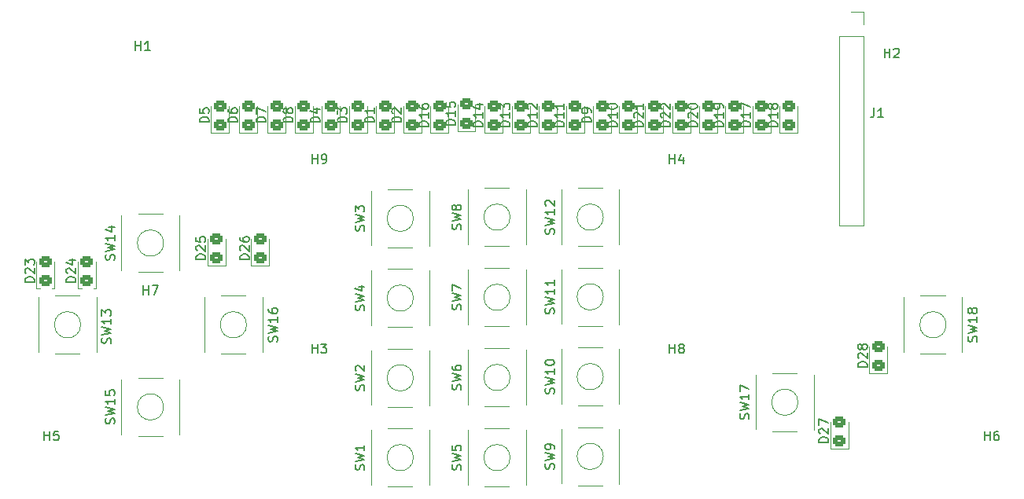
<source format=gto>
G04 #@! TF.GenerationSoftware,KiCad,Pcbnew,8.0.3*
G04 #@! TF.CreationDate,2024-07-30T16:09:55+10:00*
G04 #@! TF.ProjectId,colecovision_controller,636f6c65-636f-4766-9973-696f6e5f636f,rev?*
G04 #@! TF.SameCoordinates,Original*
G04 #@! TF.FileFunction,Legend,Top*
G04 #@! TF.FilePolarity,Positive*
%FSLAX46Y46*%
G04 Gerber Fmt 4.6, Leading zero omitted, Abs format (unit mm)*
G04 Created by KiCad (PCBNEW 8.0.3) date 2024-07-30 16:09:55*
%MOMM*%
%LPD*%
G01*
G04 APERTURE LIST*
G04 Aperture macros list*
%AMRoundRect*
0 Rectangle with rounded corners*
0 $1 Rounding radius*
0 $2 $3 $4 $5 $6 $7 $8 $9 X,Y pos of 4 corners*
0 Add a 4 corners polygon primitive as box body*
4,1,4,$2,$3,$4,$5,$6,$7,$8,$9,$2,$3,0*
0 Add four circle primitives for the rounded corners*
1,1,$1+$1,$2,$3*
1,1,$1+$1,$4,$5*
1,1,$1+$1,$6,$7*
1,1,$1+$1,$8,$9*
0 Add four rect primitives between the rounded corners*
20,1,$1+$1,$2,$3,$4,$5,0*
20,1,$1+$1,$4,$5,$6,$7,0*
20,1,$1+$1,$6,$7,$8,$9,0*
20,1,$1+$1,$8,$9,$2,$3,0*%
G04 Aperture macros list end*
%ADD10C,0.150000*%
%ADD11C,0.120000*%
%ADD12RoundRect,0.250000X0.450000X-0.325000X0.450000X0.325000X-0.450000X0.325000X-0.450000X-0.325000X0*%
%ADD13C,4.300000*%
%ADD14C,1.700000*%
%ADD15C,2.700000*%
%ADD16R,1.700000X1.700000*%
%ADD17O,1.700000X1.700000*%
G04 APERTURE END LIST*
D10*
X113993819Y-101389285D02*
X112993819Y-101389285D01*
X112993819Y-101389285D02*
X112993819Y-101151190D01*
X112993819Y-101151190D02*
X113041438Y-101008333D01*
X113041438Y-101008333D02*
X113136676Y-100913095D01*
X113136676Y-100913095D02*
X113231914Y-100865476D01*
X113231914Y-100865476D02*
X113422390Y-100817857D01*
X113422390Y-100817857D02*
X113565247Y-100817857D01*
X113565247Y-100817857D02*
X113755723Y-100865476D01*
X113755723Y-100865476D02*
X113850961Y-100913095D01*
X113850961Y-100913095D02*
X113946200Y-101008333D01*
X113946200Y-101008333D02*
X113993819Y-101151190D01*
X113993819Y-101151190D02*
X113993819Y-101389285D01*
X113089057Y-100436904D02*
X113041438Y-100389285D01*
X113041438Y-100389285D02*
X112993819Y-100294047D01*
X112993819Y-100294047D02*
X112993819Y-100055952D01*
X112993819Y-100055952D02*
X113041438Y-99960714D01*
X113041438Y-99960714D02*
X113089057Y-99913095D01*
X113089057Y-99913095D02*
X113184295Y-99865476D01*
X113184295Y-99865476D02*
X113279533Y-99865476D01*
X113279533Y-99865476D02*
X113422390Y-99913095D01*
X113422390Y-99913095D02*
X113993819Y-100484523D01*
X113993819Y-100484523D02*
X113993819Y-99865476D01*
X112993819Y-99008333D02*
X112993819Y-99198809D01*
X112993819Y-99198809D02*
X113041438Y-99294047D01*
X113041438Y-99294047D02*
X113089057Y-99341666D01*
X113089057Y-99341666D02*
X113231914Y-99436904D01*
X113231914Y-99436904D02*
X113422390Y-99484523D01*
X113422390Y-99484523D02*
X113803342Y-99484523D01*
X113803342Y-99484523D02*
X113898580Y-99436904D01*
X113898580Y-99436904D02*
X113946200Y-99389285D01*
X113946200Y-99389285D02*
X113993819Y-99294047D01*
X113993819Y-99294047D02*
X113993819Y-99103571D01*
X113993819Y-99103571D02*
X113946200Y-99008333D01*
X113946200Y-99008333D02*
X113898580Y-98960714D01*
X113898580Y-98960714D02*
X113803342Y-98913095D01*
X113803342Y-98913095D02*
X113565247Y-98913095D01*
X113565247Y-98913095D02*
X113470009Y-98960714D01*
X113470009Y-98960714D02*
X113422390Y-99008333D01*
X113422390Y-99008333D02*
X113374771Y-99103571D01*
X113374771Y-99103571D02*
X113374771Y-99294047D01*
X113374771Y-99294047D02*
X113422390Y-99389285D01*
X113422390Y-99389285D02*
X113470009Y-99436904D01*
X113470009Y-99436904D02*
X113565247Y-99484523D01*
X144981819Y-87066285D02*
X143981819Y-87066285D01*
X143981819Y-87066285D02*
X143981819Y-86828190D01*
X143981819Y-86828190D02*
X144029438Y-86685333D01*
X144029438Y-86685333D02*
X144124676Y-86590095D01*
X144124676Y-86590095D02*
X144219914Y-86542476D01*
X144219914Y-86542476D02*
X144410390Y-86494857D01*
X144410390Y-86494857D02*
X144553247Y-86494857D01*
X144553247Y-86494857D02*
X144743723Y-86542476D01*
X144743723Y-86542476D02*
X144838961Y-86590095D01*
X144838961Y-86590095D02*
X144934200Y-86685333D01*
X144934200Y-86685333D02*
X144981819Y-86828190D01*
X144981819Y-86828190D02*
X144981819Y-87066285D01*
X144981819Y-85542476D02*
X144981819Y-86113904D01*
X144981819Y-85828190D02*
X143981819Y-85828190D01*
X143981819Y-85828190D02*
X144124676Y-85923428D01*
X144124676Y-85923428D02*
X144219914Y-86018666D01*
X144219914Y-86018666D02*
X144267533Y-86113904D01*
X144077057Y-85161523D02*
X144029438Y-85113904D01*
X144029438Y-85113904D02*
X143981819Y-85018666D01*
X143981819Y-85018666D02*
X143981819Y-84780571D01*
X143981819Y-84780571D02*
X144029438Y-84685333D01*
X144029438Y-84685333D02*
X144077057Y-84637714D01*
X144077057Y-84637714D02*
X144172295Y-84590095D01*
X144172295Y-84590095D02*
X144267533Y-84590095D01*
X144267533Y-84590095D02*
X144410390Y-84637714D01*
X144410390Y-84637714D02*
X144981819Y-85209142D01*
X144981819Y-85209142D02*
X144981819Y-84590095D01*
X133297819Y-87066285D02*
X132297819Y-87066285D01*
X132297819Y-87066285D02*
X132297819Y-86828190D01*
X132297819Y-86828190D02*
X132345438Y-86685333D01*
X132345438Y-86685333D02*
X132440676Y-86590095D01*
X132440676Y-86590095D02*
X132535914Y-86542476D01*
X132535914Y-86542476D02*
X132726390Y-86494857D01*
X132726390Y-86494857D02*
X132869247Y-86494857D01*
X132869247Y-86494857D02*
X133059723Y-86542476D01*
X133059723Y-86542476D02*
X133154961Y-86590095D01*
X133154961Y-86590095D02*
X133250200Y-86685333D01*
X133250200Y-86685333D02*
X133297819Y-86828190D01*
X133297819Y-86828190D02*
X133297819Y-87066285D01*
X133297819Y-85542476D02*
X133297819Y-86113904D01*
X133297819Y-85828190D02*
X132297819Y-85828190D01*
X132297819Y-85828190D02*
X132440676Y-85923428D01*
X132440676Y-85923428D02*
X132535914Y-86018666D01*
X132535914Y-86018666D02*
X132583533Y-86113904D01*
X132297819Y-84685333D02*
X132297819Y-84875809D01*
X132297819Y-84875809D02*
X132345438Y-84971047D01*
X132345438Y-84971047D02*
X132393057Y-85018666D01*
X132393057Y-85018666D02*
X132535914Y-85113904D01*
X132535914Y-85113904D02*
X132726390Y-85161523D01*
X132726390Y-85161523D02*
X133107342Y-85161523D01*
X133107342Y-85161523D02*
X133202580Y-85113904D01*
X133202580Y-85113904D02*
X133250200Y-85066285D01*
X133250200Y-85066285D02*
X133297819Y-84971047D01*
X133297819Y-84971047D02*
X133297819Y-84780571D01*
X133297819Y-84780571D02*
X133250200Y-84685333D01*
X133250200Y-84685333D02*
X133202580Y-84637714D01*
X133202580Y-84637714D02*
X133107342Y-84590095D01*
X133107342Y-84590095D02*
X132869247Y-84590095D01*
X132869247Y-84590095D02*
X132774009Y-84637714D01*
X132774009Y-84637714D02*
X132726390Y-84685333D01*
X132726390Y-84685333D02*
X132678771Y-84780571D01*
X132678771Y-84780571D02*
X132678771Y-84971047D01*
X132678771Y-84971047D02*
X132726390Y-85066285D01*
X132726390Y-85066285D02*
X132774009Y-85113904D01*
X132774009Y-85113904D02*
X132869247Y-85161523D01*
X156411819Y-87066285D02*
X155411819Y-87066285D01*
X155411819Y-87066285D02*
X155411819Y-86828190D01*
X155411819Y-86828190D02*
X155459438Y-86685333D01*
X155459438Y-86685333D02*
X155554676Y-86590095D01*
X155554676Y-86590095D02*
X155649914Y-86542476D01*
X155649914Y-86542476D02*
X155840390Y-86494857D01*
X155840390Y-86494857D02*
X155983247Y-86494857D01*
X155983247Y-86494857D02*
X156173723Y-86542476D01*
X156173723Y-86542476D02*
X156268961Y-86590095D01*
X156268961Y-86590095D02*
X156364200Y-86685333D01*
X156364200Y-86685333D02*
X156411819Y-86828190D01*
X156411819Y-86828190D02*
X156411819Y-87066285D01*
X155507057Y-86113904D02*
X155459438Y-86066285D01*
X155459438Y-86066285D02*
X155411819Y-85971047D01*
X155411819Y-85971047D02*
X155411819Y-85732952D01*
X155411819Y-85732952D02*
X155459438Y-85637714D01*
X155459438Y-85637714D02*
X155507057Y-85590095D01*
X155507057Y-85590095D02*
X155602295Y-85542476D01*
X155602295Y-85542476D02*
X155697533Y-85542476D01*
X155697533Y-85542476D02*
X155840390Y-85590095D01*
X155840390Y-85590095D02*
X156411819Y-86161523D01*
X156411819Y-86161523D02*
X156411819Y-85542476D01*
X156411819Y-84590095D02*
X156411819Y-85161523D01*
X156411819Y-84875809D02*
X155411819Y-84875809D01*
X155411819Y-84875809D02*
X155554676Y-84971047D01*
X155554676Y-84971047D02*
X155649914Y-85066285D01*
X155649914Y-85066285D02*
X155697533Y-85161523D01*
X180541819Y-112974285D02*
X179541819Y-112974285D01*
X179541819Y-112974285D02*
X179541819Y-112736190D01*
X179541819Y-112736190D02*
X179589438Y-112593333D01*
X179589438Y-112593333D02*
X179684676Y-112498095D01*
X179684676Y-112498095D02*
X179779914Y-112450476D01*
X179779914Y-112450476D02*
X179970390Y-112402857D01*
X179970390Y-112402857D02*
X180113247Y-112402857D01*
X180113247Y-112402857D02*
X180303723Y-112450476D01*
X180303723Y-112450476D02*
X180398961Y-112498095D01*
X180398961Y-112498095D02*
X180494200Y-112593333D01*
X180494200Y-112593333D02*
X180541819Y-112736190D01*
X180541819Y-112736190D02*
X180541819Y-112974285D01*
X179637057Y-112021904D02*
X179589438Y-111974285D01*
X179589438Y-111974285D02*
X179541819Y-111879047D01*
X179541819Y-111879047D02*
X179541819Y-111640952D01*
X179541819Y-111640952D02*
X179589438Y-111545714D01*
X179589438Y-111545714D02*
X179637057Y-111498095D01*
X179637057Y-111498095D02*
X179732295Y-111450476D01*
X179732295Y-111450476D02*
X179827533Y-111450476D01*
X179827533Y-111450476D02*
X179970390Y-111498095D01*
X179970390Y-111498095D02*
X180541819Y-112069523D01*
X180541819Y-112069523D02*
X180541819Y-111450476D01*
X179970390Y-110879047D02*
X179922771Y-110974285D01*
X179922771Y-110974285D02*
X179875152Y-111021904D01*
X179875152Y-111021904D02*
X179779914Y-111069523D01*
X179779914Y-111069523D02*
X179732295Y-111069523D01*
X179732295Y-111069523D02*
X179637057Y-111021904D01*
X179637057Y-111021904D02*
X179589438Y-110974285D01*
X179589438Y-110974285D02*
X179541819Y-110879047D01*
X179541819Y-110879047D02*
X179541819Y-110688571D01*
X179541819Y-110688571D02*
X179589438Y-110593333D01*
X179589438Y-110593333D02*
X179637057Y-110545714D01*
X179637057Y-110545714D02*
X179732295Y-110498095D01*
X179732295Y-110498095D02*
X179779914Y-110498095D01*
X179779914Y-110498095D02*
X179875152Y-110545714D01*
X179875152Y-110545714D02*
X179922771Y-110593333D01*
X179922771Y-110593333D02*
X179970390Y-110688571D01*
X179970390Y-110688571D02*
X179970390Y-110879047D01*
X179970390Y-110879047D02*
X180018009Y-110974285D01*
X180018009Y-110974285D02*
X180065628Y-111021904D01*
X180065628Y-111021904D02*
X180160866Y-111069523D01*
X180160866Y-111069523D02*
X180351342Y-111069523D01*
X180351342Y-111069523D02*
X180446580Y-111021904D01*
X180446580Y-111021904D02*
X180494200Y-110974285D01*
X180494200Y-110974285D02*
X180541819Y-110879047D01*
X180541819Y-110879047D02*
X180541819Y-110688571D01*
X180541819Y-110688571D02*
X180494200Y-110593333D01*
X180494200Y-110593333D02*
X180446580Y-110545714D01*
X180446580Y-110545714D02*
X180351342Y-110498095D01*
X180351342Y-110498095D02*
X180160866Y-110498095D01*
X180160866Y-110498095D02*
X180065628Y-110545714D01*
X180065628Y-110545714D02*
X180018009Y-110593333D01*
X180018009Y-110593333D02*
X179970390Y-110688571D01*
X95324819Y-103830285D02*
X94324819Y-103830285D01*
X94324819Y-103830285D02*
X94324819Y-103592190D01*
X94324819Y-103592190D02*
X94372438Y-103449333D01*
X94372438Y-103449333D02*
X94467676Y-103354095D01*
X94467676Y-103354095D02*
X94562914Y-103306476D01*
X94562914Y-103306476D02*
X94753390Y-103258857D01*
X94753390Y-103258857D02*
X94896247Y-103258857D01*
X94896247Y-103258857D02*
X95086723Y-103306476D01*
X95086723Y-103306476D02*
X95181961Y-103354095D01*
X95181961Y-103354095D02*
X95277200Y-103449333D01*
X95277200Y-103449333D02*
X95324819Y-103592190D01*
X95324819Y-103592190D02*
X95324819Y-103830285D01*
X94420057Y-102877904D02*
X94372438Y-102830285D01*
X94372438Y-102830285D02*
X94324819Y-102735047D01*
X94324819Y-102735047D02*
X94324819Y-102496952D01*
X94324819Y-102496952D02*
X94372438Y-102401714D01*
X94372438Y-102401714D02*
X94420057Y-102354095D01*
X94420057Y-102354095D02*
X94515295Y-102306476D01*
X94515295Y-102306476D02*
X94610533Y-102306476D01*
X94610533Y-102306476D02*
X94753390Y-102354095D01*
X94753390Y-102354095D02*
X95324819Y-102925523D01*
X95324819Y-102925523D02*
X95324819Y-102306476D01*
X94658152Y-101449333D02*
X95324819Y-101449333D01*
X94277200Y-101687428D02*
X94991485Y-101925523D01*
X94991485Y-101925523D02*
X94991485Y-101306476D01*
X147902819Y-87066285D02*
X146902819Y-87066285D01*
X146902819Y-87066285D02*
X146902819Y-86828190D01*
X146902819Y-86828190D02*
X146950438Y-86685333D01*
X146950438Y-86685333D02*
X147045676Y-86590095D01*
X147045676Y-86590095D02*
X147140914Y-86542476D01*
X147140914Y-86542476D02*
X147331390Y-86494857D01*
X147331390Y-86494857D02*
X147474247Y-86494857D01*
X147474247Y-86494857D02*
X147664723Y-86542476D01*
X147664723Y-86542476D02*
X147759961Y-86590095D01*
X147759961Y-86590095D02*
X147855200Y-86685333D01*
X147855200Y-86685333D02*
X147902819Y-86828190D01*
X147902819Y-86828190D02*
X147902819Y-87066285D01*
X147902819Y-85542476D02*
X147902819Y-86113904D01*
X147902819Y-85828190D02*
X146902819Y-85828190D01*
X146902819Y-85828190D02*
X147045676Y-85923428D01*
X147045676Y-85923428D02*
X147140914Y-86018666D01*
X147140914Y-86018666D02*
X147188533Y-86113904D01*
X147902819Y-84590095D02*
X147902819Y-85161523D01*
X147902819Y-84875809D02*
X146902819Y-84875809D01*
X146902819Y-84875809D02*
X147045676Y-84971047D01*
X147045676Y-84971047D02*
X147140914Y-85066285D01*
X147140914Y-85066285D02*
X147188533Y-85161523D01*
X142060819Y-87066285D02*
X141060819Y-87066285D01*
X141060819Y-87066285D02*
X141060819Y-86828190D01*
X141060819Y-86828190D02*
X141108438Y-86685333D01*
X141108438Y-86685333D02*
X141203676Y-86590095D01*
X141203676Y-86590095D02*
X141298914Y-86542476D01*
X141298914Y-86542476D02*
X141489390Y-86494857D01*
X141489390Y-86494857D02*
X141632247Y-86494857D01*
X141632247Y-86494857D02*
X141822723Y-86542476D01*
X141822723Y-86542476D02*
X141917961Y-86590095D01*
X141917961Y-86590095D02*
X142013200Y-86685333D01*
X142013200Y-86685333D02*
X142060819Y-86828190D01*
X142060819Y-86828190D02*
X142060819Y-87066285D01*
X142060819Y-85542476D02*
X142060819Y-86113904D01*
X142060819Y-85828190D02*
X141060819Y-85828190D01*
X141060819Y-85828190D02*
X141203676Y-85923428D01*
X141203676Y-85923428D02*
X141298914Y-86018666D01*
X141298914Y-86018666D02*
X141346533Y-86113904D01*
X141060819Y-85209142D02*
X141060819Y-84590095D01*
X141060819Y-84590095D02*
X141441771Y-84923428D01*
X141441771Y-84923428D02*
X141441771Y-84780571D01*
X141441771Y-84780571D02*
X141489390Y-84685333D01*
X141489390Y-84685333D02*
X141537009Y-84637714D01*
X141537009Y-84637714D02*
X141632247Y-84590095D01*
X141632247Y-84590095D02*
X141870342Y-84590095D01*
X141870342Y-84590095D02*
X141965580Y-84637714D01*
X141965580Y-84637714D02*
X142013200Y-84685333D01*
X142013200Y-84685333D02*
X142060819Y-84780571D01*
X142060819Y-84780571D02*
X142060819Y-85066285D01*
X142060819Y-85066285D02*
X142013200Y-85161523D01*
X142013200Y-85161523D02*
X141965580Y-85209142D01*
X136188819Y-86889285D02*
X135188819Y-86889285D01*
X135188819Y-86889285D02*
X135188819Y-86651190D01*
X135188819Y-86651190D02*
X135236438Y-86508333D01*
X135236438Y-86508333D02*
X135331676Y-86413095D01*
X135331676Y-86413095D02*
X135426914Y-86365476D01*
X135426914Y-86365476D02*
X135617390Y-86317857D01*
X135617390Y-86317857D02*
X135760247Y-86317857D01*
X135760247Y-86317857D02*
X135950723Y-86365476D01*
X135950723Y-86365476D02*
X136045961Y-86413095D01*
X136045961Y-86413095D02*
X136141200Y-86508333D01*
X136141200Y-86508333D02*
X136188819Y-86651190D01*
X136188819Y-86651190D02*
X136188819Y-86889285D01*
X136188819Y-85365476D02*
X136188819Y-85936904D01*
X136188819Y-85651190D02*
X135188819Y-85651190D01*
X135188819Y-85651190D02*
X135331676Y-85746428D01*
X135331676Y-85746428D02*
X135426914Y-85841666D01*
X135426914Y-85841666D02*
X135474533Y-85936904D01*
X135188819Y-84460714D02*
X135188819Y-84936904D01*
X135188819Y-84936904D02*
X135665009Y-84984523D01*
X135665009Y-84984523D02*
X135617390Y-84936904D01*
X135617390Y-84936904D02*
X135569771Y-84841666D01*
X135569771Y-84841666D02*
X135569771Y-84603571D01*
X135569771Y-84603571D02*
X135617390Y-84508333D01*
X135617390Y-84508333D02*
X135665009Y-84460714D01*
X135665009Y-84460714D02*
X135760247Y-84413095D01*
X135760247Y-84413095D02*
X135998342Y-84413095D01*
X135998342Y-84413095D02*
X136093580Y-84460714D01*
X136093580Y-84460714D02*
X136141200Y-84508333D01*
X136141200Y-84508333D02*
X136188819Y-84603571D01*
X136188819Y-84603571D02*
X136188819Y-84841666D01*
X136188819Y-84841666D02*
X136141200Y-84936904D01*
X136141200Y-84936904D02*
X136093580Y-84984523D01*
X162253819Y-87066285D02*
X161253819Y-87066285D01*
X161253819Y-87066285D02*
X161253819Y-86828190D01*
X161253819Y-86828190D02*
X161301438Y-86685333D01*
X161301438Y-86685333D02*
X161396676Y-86590095D01*
X161396676Y-86590095D02*
X161491914Y-86542476D01*
X161491914Y-86542476D02*
X161682390Y-86494857D01*
X161682390Y-86494857D02*
X161825247Y-86494857D01*
X161825247Y-86494857D02*
X162015723Y-86542476D01*
X162015723Y-86542476D02*
X162110961Y-86590095D01*
X162110961Y-86590095D02*
X162206200Y-86685333D01*
X162206200Y-86685333D02*
X162253819Y-86828190D01*
X162253819Y-86828190D02*
X162253819Y-87066285D01*
X161349057Y-86113904D02*
X161301438Y-86066285D01*
X161301438Y-86066285D02*
X161253819Y-85971047D01*
X161253819Y-85971047D02*
X161253819Y-85732952D01*
X161253819Y-85732952D02*
X161301438Y-85637714D01*
X161301438Y-85637714D02*
X161349057Y-85590095D01*
X161349057Y-85590095D02*
X161444295Y-85542476D01*
X161444295Y-85542476D02*
X161539533Y-85542476D01*
X161539533Y-85542476D02*
X161682390Y-85590095D01*
X161682390Y-85590095D02*
X162253819Y-86161523D01*
X162253819Y-86161523D02*
X162253819Y-85542476D01*
X161253819Y-84923428D02*
X161253819Y-84828190D01*
X161253819Y-84828190D02*
X161301438Y-84732952D01*
X161301438Y-84732952D02*
X161349057Y-84685333D01*
X161349057Y-84685333D02*
X161444295Y-84637714D01*
X161444295Y-84637714D02*
X161634771Y-84590095D01*
X161634771Y-84590095D02*
X161872866Y-84590095D01*
X161872866Y-84590095D02*
X162063342Y-84637714D01*
X162063342Y-84637714D02*
X162158580Y-84685333D01*
X162158580Y-84685333D02*
X162206200Y-84732952D01*
X162206200Y-84732952D02*
X162253819Y-84828190D01*
X162253819Y-84828190D02*
X162253819Y-84923428D01*
X162253819Y-84923428D02*
X162206200Y-85018666D01*
X162206200Y-85018666D02*
X162158580Y-85066285D01*
X162158580Y-85066285D02*
X162063342Y-85113904D01*
X162063342Y-85113904D02*
X161872866Y-85161523D01*
X161872866Y-85161523D02*
X161634771Y-85161523D01*
X161634771Y-85161523D02*
X161444295Y-85113904D01*
X161444295Y-85113904D02*
X161349057Y-85066285D01*
X161349057Y-85066285D02*
X161301438Y-85018666D01*
X161301438Y-85018666D02*
X161253819Y-84923428D01*
X165047819Y-87066285D02*
X164047819Y-87066285D01*
X164047819Y-87066285D02*
X164047819Y-86828190D01*
X164047819Y-86828190D02*
X164095438Y-86685333D01*
X164095438Y-86685333D02*
X164190676Y-86590095D01*
X164190676Y-86590095D02*
X164285914Y-86542476D01*
X164285914Y-86542476D02*
X164476390Y-86494857D01*
X164476390Y-86494857D02*
X164619247Y-86494857D01*
X164619247Y-86494857D02*
X164809723Y-86542476D01*
X164809723Y-86542476D02*
X164904961Y-86590095D01*
X164904961Y-86590095D02*
X165000200Y-86685333D01*
X165000200Y-86685333D02*
X165047819Y-86828190D01*
X165047819Y-86828190D02*
X165047819Y-87066285D01*
X165047819Y-85542476D02*
X165047819Y-86113904D01*
X165047819Y-85828190D02*
X164047819Y-85828190D01*
X164047819Y-85828190D02*
X164190676Y-85923428D01*
X164190676Y-85923428D02*
X164285914Y-86018666D01*
X164285914Y-86018666D02*
X164333533Y-86113904D01*
X165047819Y-85066285D02*
X165047819Y-84875809D01*
X165047819Y-84875809D02*
X165000200Y-84780571D01*
X165000200Y-84780571D02*
X164952580Y-84732952D01*
X164952580Y-84732952D02*
X164809723Y-84637714D01*
X164809723Y-84637714D02*
X164619247Y-84590095D01*
X164619247Y-84590095D02*
X164238295Y-84590095D01*
X164238295Y-84590095D02*
X164143057Y-84637714D01*
X164143057Y-84637714D02*
X164095438Y-84685333D01*
X164095438Y-84685333D02*
X164047819Y-84780571D01*
X164047819Y-84780571D02*
X164047819Y-84971047D01*
X164047819Y-84971047D02*
X164095438Y-85066285D01*
X164095438Y-85066285D02*
X164143057Y-85113904D01*
X164143057Y-85113904D02*
X164238295Y-85161523D01*
X164238295Y-85161523D02*
X164476390Y-85161523D01*
X164476390Y-85161523D02*
X164571628Y-85113904D01*
X164571628Y-85113904D02*
X164619247Y-85066285D01*
X164619247Y-85066285D02*
X164666866Y-84971047D01*
X164666866Y-84971047D02*
X164666866Y-84780571D01*
X164666866Y-84780571D02*
X164619247Y-84685333D01*
X164619247Y-84685333D02*
X164571628Y-84637714D01*
X164571628Y-84637714D02*
X164476390Y-84590095D01*
X153617819Y-87066285D02*
X152617819Y-87066285D01*
X152617819Y-87066285D02*
X152617819Y-86828190D01*
X152617819Y-86828190D02*
X152665438Y-86685333D01*
X152665438Y-86685333D02*
X152760676Y-86590095D01*
X152760676Y-86590095D02*
X152855914Y-86542476D01*
X152855914Y-86542476D02*
X153046390Y-86494857D01*
X153046390Y-86494857D02*
X153189247Y-86494857D01*
X153189247Y-86494857D02*
X153379723Y-86542476D01*
X153379723Y-86542476D02*
X153474961Y-86590095D01*
X153474961Y-86590095D02*
X153570200Y-86685333D01*
X153570200Y-86685333D02*
X153617819Y-86828190D01*
X153617819Y-86828190D02*
X153617819Y-87066285D01*
X153617819Y-85542476D02*
X153617819Y-86113904D01*
X153617819Y-85828190D02*
X152617819Y-85828190D01*
X152617819Y-85828190D02*
X152760676Y-85923428D01*
X152760676Y-85923428D02*
X152855914Y-86018666D01*
X152855914Y-86018666D02*
X152903533Y-86113904D01*
X152617819Y-84923428D02*
X152617819Y-84828190D01*
X152617819Y-84828190D02*
X152665438Y-84732952D01*
X152665438Y-84732952D02*
X152713057Y-84685333D01*
X152713057Y-84685333D02*
X152808295Y-84637714D01*
X152808295Y-84637714D02*
X152998771Y-84590095D01*
X152998771Y-84590095D02*
X153236866Y-84590095D01*
X153236866Y-84590095D02*
X153427342Y-84637714D01*
X153427342Y-84637714D02*
X153522580Y-84685333D01*
X153522580Y-84685333D02*
X153570200Y-84732952D01*
X153570200Y-84732952D02*
X153617819Y-84828190D01*
X153617819Y-84828190D02*
X153617819Y-84923428D01*
X153617819Y-84923428D02*
X153570200Y-85018666D01*
X153570200Y-85018666D02*
X153522580Y-85066285D01*
X153522580Y-85066285D02*
X153427342Y-85113904D01*
X153427342Y-85113904D02*
X153236866Y-85161523D01*
X153236866Y-85161523D02*
X152998771Y-85161523D01*
X152998771Y-85161523D02*
X152808295Y-85113904D01*
X152808295Y-85113904D02*
X152713057Y-85066285D01*
X152713057Y-85066285D02*
X152665438Y-85018666D01*
X152665438Y-85018666D02*
X152617819Y-84923428D01*
X159332819Y-87066285D02*
X158332819Y-87066285D01*
X158332819Y-87066285D02*
X158332819Y-86828190D01*
X158332819Y-86828190D02*
X158380438Y-86685333D01*
X158380438Y-86685333D02*
X158475676Y-86590095D01*
X158475676Y-86590095D02*
X158570914Y-86542476D01*
X158570914Y-86542476D02*
X158761390Y-86494857D01*
X158761390Y-86494857D02*
X158904247Y-86494857D01*
X158904247Y-86494857D02*
X159094723Y-86542476D01*
X159094723Y-86542476D02*
X159189961Y-86590095D01*
X159189961Y-86590095D02*
X159285200Y-86685333D01*
X159285200Y-86685333D02*
X159332819Y-86828190D01*
X159332819Y-86828190D02*
X159332819Y-87066285D01*
X158428057Y-86113904D02*
X158380438Y-86066285D01*
X158380438Y-86066285D02*
X158332819Y-85971047D01*
X158332819Y-85971047D02*
X158332819Y-85732952D01*
X158332819Y-85732952D02*
X158380438Y-85637714D01*
X158380438Y-85637714D02*
X158428057Y-85590095D01*
X158428057Y-85590095D02*
X158523295Y-85542476D01*
X158523295Y-85542476D02*
X158618533Y-85542476D01*
X158618533Y-85542476D02*
X158761390Y-85590095D01*
X158761390Y-85590095D02*
X159332819Y-86161523D01*
X159332819Y-86161523D02*
X159332819Y-85542476D01*
X158428057Y-85161523D02*
X158380438Y-85113904D01*
X158380438Y-85113904D02*
X158332819Y-85018666D01*
X158332819Y-85018666D02*
X158332819Y-84780571D01*
X158332819Y-84780571D02*
X158380438Y-84685333D01*
X158380438Y-84685333D02*
X158428057Y-84637714D01*
X158428057Y-84637714D02*
X158523295Y-84590095D01*
X158523295Y-84590095D02*
X158618533Y-84590095D01*
X158618533Y-84590095D02*
X158761390Y-84637714D01*
X158761390Y-84637714D02*
X159332819Y-85209142D01*
X159332819Y-85209142D02*
X159332819Y-84590095D01*
X118692819Y-86590094D02*
X117692819Y-86590094D01*
X117692819Y-86590094D02*
X117692819Y-86351999D01*
X117692819Y-86351999D02*
X117740438Y-86209142D01*
X117740438Y-86209142D02*
X117835676Y-86113904D01*
X117835676Y-86113904D02*
X117930914Y-86066285D01*
X117930914Y-86066285D02*
X118121390Y-86018666D01*
X118121390Y-86018666D02*
X118264247Y-86018666D01*
X118264247Y-86018666D02*
X118454723Y-86066285D01*
X118454723Y-86066285D02*
X118549961Y-86113904D01*
X118549961Y-86113904D02*
X118645200Y-86209142D01*
X118645200Y-86209142D02*
X118692819Y-86351999D01*
X118692819Y-86351999D02*
X118692819Y-86590094D01*
X118121390Y-85447237D02*
X118073771Y-85542475D01*
X118073771Y-85542475D02*
X118026152Y-85590094D01*
X118026152Y-85590094D02*
X117930914Y-85637713D01*
X117930914Y-85637713D02*
X117883295Y-85637713D01*
X117883295Y-85637713D02*
X117788057Y-85590094D01*
X117788057Y-85590094D02*
X117740438Y-85542475D01*
X117740438Y-85542475D02*
X117692819Y-85447237D01*
X117692819Y-85447237D02*
X117692819Y-85256761D01*
X117692819Y-85256761D02*
X117740438Y-85161523D01*
X117740438Y-85161523D02*
X117788057Y-85113904D01*
X117788057Y-85113904D02*
X117883295Y-85066285D01*
X117883295Y-85066285D02*
X117930914Y-85066285D01*
X117930914Y-85066285D02*
X118026152Y-85113904D01*
X118026152Y-85113904D02*
X118073771Y-85161523D01*
X118073771Y-85161523D02*
X118121390Y-85256761D01*
X118121390Y-85256761D02*
X118121390Y-85447237D01*
X118121390Y-85447237D02*
X118169009Y-85542475D01*
X118169009Y-85542475D02*
X118216628Y-85590094D01*
X118216628Y-85590094D02*
X118311866Y-85637713D01*
X118311866Y-85637713D02*
X118502342Y-85637713D01*
X118502342Y-85637713D02*
X118597580Y-85590094D01*
X118597580Y-85590094D02*
X118645200Y-85542475D01*
X118645200Y-85542475D02*
X118692819Y-85447237D01*
X118692819Y-85447237D02*
X118692819Y-85256761D01*
X118692819Y-85256761D02*
X118645200Y-85161523D01*
X118645200Y-85161523D02*
X118597580Y-85113904D01*
X118597580Y-85113904D02*
X118502342Y-85066285D01*
X118502342Y-85066285D02*
X118311866Y-85066285D01*
X118311866Y-85066285D02*
X118216628Y-85113904D01*
X118216628Y-85113904D02*
X118169009Y-85161523D01*
X118169009Y-85161523D02*
X118121390Y-85256761D01*
X124534819Y-86590094D02*
X123534819Y-86590094D01*
X123534819Y-86590094D02*
X123534819Y-86351999D01*
X123534819Y-86351999D02*
X123582438Y-86209142D01*
X123582438Y-86209142D02*
X123677676Y-86113904D01*
X123677676Y-86113904D02*
X123772914Y-86066285D01*
X123772914Y-86066285D02*
X123963390Y-86018666D01*
X123963390Y-86018666D02*
X124106247Y-86018666D01*
X124106247Y-86018666D02*
X124296723Y-86066285D01*
X124296723Y-86066285D02*
X124391961Y-86113904D01*
X124391961Y-86113904D02*
X124487200Y-86209142D01*
X124487200Y-86209142D02*
X124534819Y-86351999D01*
X124534819Y-86351999D02*
X124534819Y-86590094D01*
X123534819Y-85685332D02*
X123534819Y-85066285D01*
X123534819Y-85066285D02*
X123915771Y-85399618D01*
X123915771Y-85399618D02*
X123915771Y-85256761D01*
X123915771Y-85256761D02*
X123963390Y-85161523D01*
X123963390Y-85161523D02*
X124011009Y-85113904D01*
X124011009Y-85113904D02*
X124106247Y-85066285D01*
X124106247Y-85066285D02*
X124344342Y-85066285D01*
X124344342Y-85066285D02*
X124439580Y-85113904D01*
X124439580Y-85113904D02*
X124487200Y-85161523D01*
X124487200Y-85161523D02*
X124534819Y-85256761D01*
X124534819Y-85256761D02*
X124534819Y-85542475D01*
X124534819Y-85542475D02*
X124487200Y-85637713D01*
X124487200Y-85637713D02*
X124439580Y-85685332D01*
X121613819Y-86590094D02*
X120613819Y-86590094D01*
X120613819Y-86590094D02*
X120613819Y-86351999D01*
X120613819Y-86351999D02*
X120661438Y-86209142D01*
X120661438Y-86209142D02*
X120756676Y-86113904D01*
X120756676Y-86113904D02*
X120851914Y-86066285D01*
X120851914Y-86066285D02*
X121042390Y-86018666D01*
X121042390Y-86018666D02*
X121185247Y-86018666D01*
X121185247Y-86018666D02*
X121375723Y-86066285D01*
X121375723Y-86066285D02*
X121470961Y-86113904D01*
X121470961Y-86113904D02*
X121566200Y-86209142D01*
X121566200Y-86209142D02*
X121613819Y-86351999D01*
X121613819Y-86351999D02*
X121613819Y-86590094D01*
X120947152Y-85161523D02*
X121613819Y-85161523D01*
X120566200Y-85399618D02*
X121280485Y-85637713D01*
X121280485Y-85637713D02*
X121280485Y-85018666D01*
X127455819Y-86590094D02*
X126455819Y-86590094D01*
X126455819Y-86590094D02*
X126455819Y-86351999D01*
X126455819Y-86351999D02*
X126503438Y-86209142D01*
X126503438Y-86209142D02*
X126598676Y-86113904D01*
X126598676Y-86113904D02*
X126693914Y-86066285D01*
X126693914Y-86066285D02*
X126884390Y-86018666D01*
X126884390Y-86018666D02*
X127027247Y-86018666D01*
X127027247Y-86018666D02*
X127217723Y-86066285D01*
X127217723Y-86066285D02*
X127312961Y-86113904D01*
X127312961Y-86113904D02*
X127408200Y-86209142D01*
X127408200Y-86209142D02*
X127455819Y-86351999D01*
X127455819Y-86351999D02*
X127455819Y-86590094D01*
X127455819Y-85066285D02*
X127455819Y-85637713D01*
X127455819Y-85351999D02*
X126455819Y-85351999D01*
X126455819Y-85351999D02*
X126598676Y-85447237D01*
X126598676Y-85447237D02*
X126693914Y-85542475D01*
X126693914Y-85542475D02*
X126741533Y-85637713D01*
X115771819Y-86590094D02*
X114771819Y-86590094D01*
X114771819Y-86590094D02*
X114771819Y-86351999D01*
X114771819Y-86351999D02*
X114819438Y-86209142D01*
X114819438Y-86209142D02*
X114914676Y-86113904D01*
X114914676Y-86113904D02*
X115009914Y-86066285D01*
X115009914Y-86066285D02*
X115200390Y-86018666D01*
X115200390Y-86018666D02*
X115343247Y-86018666D01*
X115343247Y-86018666D02*
X115533723Y-86066285D01*
X115533723Y-86066285D02*
X115628961Y-86113904D01*
X115628961Y-86113904D02*
X115724200Y-86209142D01*
X115724200Y-86209142D02*
X115771819Y-86351999D01*
X115771819Y-86351999D02*
X115771819Y-86590094D01*
X114771819Y-85685332D02*
X114771819Y-85018666D01*
X114771819Y-85018666D02*
X115771819Y-85447237D01*
X109675819Y-86590094D02*
X108675819Y-86590094D01*
X108675819Y-86590094D02*
X108675819Y-86351999D01*
X108675819Y-86351999D02*
X108723438Y-86209142D01*
X108723438Y-86209142D02*
X108818676Y-86113904D01*
X108818676Y-86113904D02*
X108913914Y-86066285D01*
X108913914Y-86066285D02*
X109104390Y-86018666D01*
X109104390Y-86018666D02*
X109247247Y-86018666D01*
X109247247Y-86018666D02*
X109437723Y-86066285D01*
X109437723Y-86066285D02*
X109532961Y-86113904D01*
X109532961Y-86113904D02*
X109628200Y-86209142D01*
X109628200Y-86209142D02*
X109675819Y-86351999D01*
X109675819Y-86351999D02*
X109675819Y-86590094D01*
X108675819Y-85113904D02*
X108675819Y-85590094D01*
X108675819Y-85590094D02*
X109152009Y-85637713D01*
X109152009Y-85637713D02*
X109104390Y-85590094D01*
X109104390Y-85590094D02*
X109056771Y-85494856D01*
X109056771Y-85494856D02*
X109056771Y-85256761D01*
X109056771Y-85256761D02*
X109104390Y-85161523D01*
X109104390Y-85161523D02*
X109152009Y-85113904D01*
X109152009Y-85113904D02*
X109247247Y-85066285D01*
X109247247Y-85066285D02*
X109485342Y-85066285D01*
X109485342Y-85066285D02*
X109580580Y-85113904D01*
X109580580Y-85113904D02*
X109628200Y-85161523D01*
X109628200Y-85161523D02*
X109675819Y-85256761D01*
X109675819Y-85256761D02*
X109675819Y-85494856D01*
X109675819Y-85494856D02*
X109628200Y-85590094D01*
X109628200Y-85590094D02*
X109580580Y-85637713D01*
X176350819Y-121102285D02*
X175350819Y-121102285D01*
X175350819Y-121102285D02*
X175350819Y-120864190D01*
X175350819Y-120864190D02*
X175398438Y-120721333D01*
X175398438Y-120721333D02*
X175493676Y-120626095D01*
X175493676Y-120626095D02*
X175588914Y-120578476D01*
X175588914Y-120578476D02*
X175779390Y-120530857D01*
X175779390Y-120530857D02*
X175922247Y-120530857D01*
X175922247Y-120530857D02*
X176112723Y-120578476D01*
X176112723Y-120578476D02*
X176207961Y-120626095D01*
X176207961Y-120626095D02*
X176303200Y-120721333D01*
X176303200Y-120721333D02*
X176350819Y-120864190D01*
X176350819Y-120864190D02*
X176350819Y-121102285D01*
X175446057Y-120149904D02*
X175398438Y-120102285D01*
X175398438Y-120102285D02*
X175350819Y-120007047D01*
X175350819Y-120007047D02*
X175350819Y-119768952D01*
X175350819Y-119768952D02*
X175398438Y-119673714D01*
X175398438Y-119673714D02*
X175446057Y-119626095D01*
X175446057Y-119626095D02*
X175541295Y-119578476D01*
X175541295Y-119578476D02*
X175636533Y-119578476D01*
X175636533Y-119578476D02*
X175779390Y-119626095D01*
X175779390Y-119626095D02*
X176350819Y-120197523D01*
X176350819Y-120197523D02*
X176350819Y-119578476D01*
X175350819Y-119245142D02*
X175350819Y-118578476D01*
X175350819Y-118578476D02*
X176350819Y-119007047D01*
X150823819Y-86590094D02*
X149823819Y-86590094D01*
X149823819Y-86590094D02*
X149823819Y-86351999D01*
X149823819Y-86351999D02*
X149871438Y-86209142D01*
X149871438Y-86209142D02*
X149966676Y-86113904D01*
X149966676Y-86113904D02*
X150061914Y-86066285D01*
X150061914Y-86066285D02*
X150252390Y-86018666D01*
X150252390Y-86018666D02*
X150395247Y-86018666D01*
X150395247Y-86018666D02*
X150585723Y-86066285D01*
X150585723Y-86066285D02*
X150680961Y-86113904D01*
X150680961Y-86113904D02*
X150776200Y-86209142D01*
X150776200Y-86209142D02*
X150823819Y-86351999D01*
X150823819Y-86351999D02*
X150823819Y-86590094D01*
X150823819Y-85542475D02*
X150823819Y-85351999D01*
X150823819Y-85351999D02*
X150776200Y-85256761D01*
X150776200Y-85256761D02*
X150728580Y-85209142D01*
X150728580Y-85209142D02*
X150585723Y-85113904D01*
X150585723Y-85113904D02*
X150395247Y-85066285D01*
X150395247Y-85066285D02*
X150014295Y-85066285D01*
X150014295Y-85066285D02*
X149919057Y-85113904D01*
X149919057Y-85113904D02*
X149871438Y-85161523D01*
X149871438Y-85161523D02*
X149823819Y-85256761D01*
X149823819Y-85256761D02*
X149823819Y-85447237D01*
X149823819Y-85447237D02*
X149871438Y-85542475D01*
X149871438Y-85542475D02*
X149919057Y-85590094D01*
X149919057Y-85590094D02*
X150014295Y-85637713D01*
X150014295Y-85637713D02*
X150252390Y-85637713D01*
X150252390Y-85637713D02*
X150347628Y-85590094D01*
X150347628Y-85590094D02*
X150395247Y-85542475D01*
X150395247Y-85542475D02*
X150442866Y-85447237D01*
X150442866Y-85447237D02*
X150442866Y-85256761D01*
X150442866Y-85256761D02*
X150395247Y-85161523D01*
X150395247Y-85161523D02*
X150347628Y-85113904D01*
X150347628Y-85113904D02*
X150252390Y-85066285D01*
X90879819Y-103830285D02*
X89879819Y-103830285D01*
X89879819Y-103830285D02*
X89879819Y-103592190D01*
X89879819Y-103592190D02*
X89927438Y-103449333D01*
X89927438Y-103449333D02*
X90022676Y-103354095D01*
X90022676Y-103354095D02*
X90117914Y-103306476D01*
X90117914Y-103306476D02*
X90308390Y-103258857D01*
X90308390Y-103258857D02*
X90451247Y-103258857D01*
X90451247Y-103258857D02*
X90641723Y-103306476D01*
X90641723Y-103306476D02*
X90736961Y-103354095D01*
X90736961Y-103354095D02*
X90832200Y-103449333D01*
X90832200Y-103449333D02*
X90879819Y-103592190D01*
X90879819Y-103592190D02*
X90879819Y-103830285D01*
X89975057Y-102877904D02*
X89927438Y-102830285D01*
X89927438Y-102830285D02*
X89879819Y-102735047D01*
X89879819Y-102735047D02*
X89879819Y-102496952D01*
X89879819Y-102496952D02*
X89927438Y-102401714D01*
X89927438Y-102401714D02*
X89975057Y-102354095D01*
X89975057Y-102354095D02*
X90070295Y-102306476D01*
X90070295Y-102306476D02*
X90165533Y-102306476D01*
X90165533Y-102306476D02*
X90308390Y-102354095D01*
X90308390Y-102354095D02*
X90879819Y-102925523D01*
X90879819Y-102925523D02*
X90879819Y-102306476D01*
X89879819Y-101973142D02*
X89879819Y-101354095D01*
X89879819Y-101354095D02*
X90260771Y-101687428D01*
X90260771Y-101687428D02*
X90260771Y-101544571D01*
X90260771Y-101544571D02*
X90308390Y-101449333D01*
X90308390Y-101449333D02*
X90356009Y-101401714D01*
X90356009Y-101401714D02*
X90451247Y-101354095D01*
X90451247Y-101354095D02*
X90689342Y-101354095D01*
X90689342Y-101354095D02*
X90784580Y-101401714D01*
X90784580Y-101401714D02*
X90832200Y-101449333D01*
X90832200Y-101449333D02*
X90879819Y-101544571D01*
X90879819Y-101544571D02*
X90879819Y-101830285D01*
X90879819Y-101830285D02*
X90832200Y-101925523D01*
X90832200Y-101925523D02*
X90784580Y-101973142D01*
X170889819Y-87066285D02*
X169889819Y-87066285D01*
X169889819Y-87066285D02*
X169889819Y-86828190D01*
X169889819Y-86828190D02*
X169937438Y-86685333D01*
X169937438Y-86685333D02*
X170032676Y-86590095D01*
X170032676Y-86590095D02*
X170127914Y-86542476D01*
X170127914Y-86542476D02*
X170318390Y-86494857D01*
X170318390Y-86494857D02*
X170461247Y-86494857D01*
X170461247Y-86494857D02*
X170651723Y-86542476D01*
X170651723Y-86542476D02*
X170746961Y-86590095D01*
X170746961Y-86590095D02*
X170842200Y-86685333D01*
X170842200Y-86685333D02*
X170889819Y-86828190D01*
X170889819Y-86828190D02*
X170889819Y-87066285D01*
X170889819Y-85542476D02*
X170889819Y-86113904D01*
X170889819Y-85828190D02*
X169889819Y-85828190D01*
X169889819Y-85828190D02*
X170032676Y-85923428D01*
X170032676Y-85923428D02*
X170127914Y-86018666D01*
X170127914Y-86018666D02*
X170175533Y-86113904D01*
X170318390Y-84971047D02*
X170270771Y-85066285D01*
X170270771Y-85066285D02*
X170223152Y-85113904D01*
X170223152Y-85113904D02*
X170127914Y-85161523D01*
X170127914Y-85161523D02*
X170080295Y-85161523D01*
X170080295Y-85161523D02*
X169985057Y-85113904D01*
X169985057Y-85113904D02*
X169937438Y-85066285D01*
X169937438Y-85066285D02*
X169889819Y-84971047D01*
X169889819Y-84971047D02*
X169889819Y-84780571D01*
X169889819Y-84780571D02*
X169937438Y-84685333D01*
X169937438Y-84685333D02*
X169985057Y-84637714D01*
X169985057Y-84637714D02*
X170080295Y-84590095D01*
X170080295Y-84590095D02*
X170127914Y-84590095D01*
X170127914Y-84590095D02*
X170223152Y-84637714D01*
X170223152Y-84637714D02*
X170270771Y-84685333D01*
X170270771Y-84685333D02*
X170318390Y-84780571D01*
X170318390Y-84780571D02*
X170318390Y-84971047D01*
X170318390Y-84971047D02*
X170366009Y-85066285D01*
X170366009Y-85066285D02*
X170413628Y-85113904D01*
X170413628Y-85113904D02*
X170508866Y-85161523D01*
X170508866Y-85161523D02*
X170699342Y-85161523D01*
X170699342Y-85161523D02*
X170794580Y-85113904D01*
X170794580Y-85113904D02*
X170842200Y-85066285D01*
X170842200Y-85066285D02*
X170889819Y-84971047D01*
X170889819Y-84971047D02*
X170889819Y-84780571D01*
X170889819Y-84780571D02*
X170842200Y-84685333D01*
X170842200Y-84685333D02*
X170794580Y-84637714D01*
X170794580Y-84637714D02*
X170699342Y-84590095D01*
X170699342Y-84590095D02*
X170508866Y-84590095D01*
X170508866Y-84590095D02*
X170413628Y-84637714D01*
X170413628Y-84637714D02*
X170366009Y-84685333D01*
X170366009Y-84685333D02*
X170318390Y-84780571D01*
X130376819Y-86590094D02*
X129376819Y-86590094D01*
X129376819Y-86590094D02*
X129376819Y-86351999D01*
X129376819Y-86351999D02*
X129424438Y-86209142D01*
X129424438Y-86209142D02*
X129519676Y-86113904D01*
X129519676Y-86113904D02*
X129614914Y-86066285D01*
X129614914Y-86066285D02*
X129805390Y-86018666D01*
X129805390Y-86018666D02*
X129948247Y-86018666D01*
X129948247Y-86018666D02*
X130138723Y-86066285D01*
X130138723Y-86066285D02*
X130233961Y-86113904D01*
X130233961Y-86113904D02*
X130329200Y-86209142D01*
X130329200Y-86209142D02*
X130376819Y-86351999D01*
X130376819Y-86351999D02*
X130376819Y-86590094D01*
X129472057Y-85637713D02*
X129424438Y-85590094D01*
X129424438Y-85590094D02*
X129376819Y-85494856D01*
X129376819Y-85494856D02*
X129376819Y-85256761D01*
X129376819Y-85256761D02*
X129424438Y-85161523D01*
X129424438Y-85161523D02*
X129472057Y-85113904D01*
X129472057Y-85113904D02*
X129567295Y-85066285D01*
X129567295Y-85066285D02*
X129662533Y-85066285D01*
X129662533Y-85066285D02*
X129805390Y-85113904D01*
X129805390Y-85113904D02*
X130376819Y-85685332D01*
X130376819Y-85685332D02*
X130376819Y-85066285D01*
X139139819Y-87066285D02*
X138139819Y-87066285D01*
X138139819Y-87066285D02*
X138139819Y-86828190D01*
X138139819Y-86828190D02*
X138187438Y-86685333D01*
X138187438Y-86685333D02*
X138282676Y-86590095D01*
X138282676Y-86590095D02*
X138377914Y-86542476D01*
X138377914Y-86542476D02*
X138568390Y-86494857D01*
X138568390Y-86494857D02*
X138711247Y-86494857D01*
X138711247Y-86494857D02*
X138901723Y-86542476D01*
X138901723Y-86542476D02*
X138996961Y-86590095D01*
X138996961Y-86590095D02*
X139092200Y-86685333D01*
X139092200Y-86685333D02*
X139139819Y-86828190D01*
X139139819Y-86828190D02*
X139139819Y-87066285D01*
X139139819Y-85542476D02*
X139139819Y-86113904D01*
X139139819Y-85828190D02*
X138139819Y-85828190D01*
X138139819Y-85828190D02*
X138282676Y-85923428D01*
X138282676Y-85923428D02*
X138377914Y-86018666D01*
X138377914Y-86018666D02*
X138425533Y-86113904D01*
X138473152Y-84685333D02*
X139139819Y-84685333D01*
X138092200Y-84923428D02*
X138806485Y-85161523D01*
X138806485Y-85161523D02*
X138806485Y-84542476D01*
X109294819Y-101389285D02*
X108294819Y-101389285D01*
X108294819Y-101389285D02*
X108294819Y-101151190D01*
X108294819Y-101151190D02*
X108342438Y-101008333D01*
X108342438Y-101008333D02*
X108437676Y-100913095D01*
X108437676Y-100913095D02*
X108532914Y-100865476D01*
X108532914Y-100865476D02*
X108723390Y-100817857D01*
X108723390Y-100817857D02*
X108866247Y-100817857D01*
X108866247Y-100817857D02*
X109056723Y-100865476D01*
X109056723Y-100865476D02*
X109151961Y-100913095D01*
X109151961Y-100913095D02*
X109247200Y-101008333D01*
X109247200Y-101008333D02*
X109294819Y-101151190D01*
X109294819Y-101151190D02*
X109294819Y-101389285D01*
X108390057Y-100436904D02*
X108342438Y-100389285D01*
X108342438Y-100389285D02*
X108294819Y-100294047D01*
X108294819Y-100294047D02*
X108294819Y-100055952D01*
X108294819Y-100055952D02*
X108342438Y-99960714D01*
X108342438Y-99960714D02*
X108390057Y-99913095D01*
X108390057Y-99913095D02*
X108485295Y-99865476D01*
X108485295Y-99865476D02*
X108580533Y-99865476D01*
X108580533Y-99865476D02*
X108723390Y-99913095D01*
X108723390Y-99913095D02*
X109294819Y-100484523D01*
X109294819Y-100484523D02*
X109294819Y-99865476D01*
X108294819Y-98960714D02*
X108294819Y-99436904D01*
X108294819Y-99436904D02*
X108771009Y-99484523D01*
X108771009Y-99484523D02*
X108723390Y-99436904D01*
X108723390Y-99436904D02*
X108675771Y-99341666D01*
X108675771Y-99341666D02*
X108675771Y-99103571D01*
X108675771Y-99103571D02*
X108723390Y-99008333D01*
X108723390Y-99008333D02*
X108771009Y-98960714D01*
X108771009Y-98960714D02*
X108866247Y-98913095D01*
X108866247Y-98913095D02*
X109104342Y-98913095D01*
X109104342Y-98913095D02*
X109199580Y-98960714D01*
X109199580Y-98960714D02*
X109247200Y-99008333D01*
X109247200Y-99008333D02*
X109294819Y-99103571D01*
X109294819Y-99103571D02*
X109294819Y-99341666D01*
X109294819Y-99341666D02*
X109247200Y-99436904D01*
X109247200Y-99436904D02*
X109199580Y-99484523D01*
X120777095Y-111486819D02*
X120777095Y-110486819D01*
X120777095Y-110963009D02*
X121348523Y-110963009D01*
X121348523Y-111486819D02*
X121348523Y-110486819D01*
X121729476Y-110486819D02*
X122348523Y-110486819D01*
X122348523Y-110486819D02*
X122015190Y-110867771D01*
X122015190Y-110867771D02*
X122158047Y-110867771D01*
X122158047Y-110867771D02*
X122253285Y-110915390D01*
X122253285Y-110915390D02*
X122300904Y-110963009D01*
X122300904Y-110963009D02*
X122348523Y-111058247D01*
X122348523Y-111058247D02*
X122348523Y-111296342D01*
X122348523Y-111296342D02*
X122300904Y-111391580D01*
X122300904Y-111391580D02*
X122253285Y-111439200D01*
X122253285Y-111439200D02*
X122158047Y-111486819D01*
X122158047Y-111486819D02*
X121872333Y-111486819D01*
X121872333Y-111486819D02*
X121777095Y-111439200D01*
X121777095Y-111439200D02*
X121729476Y-111391580D01*
X167775200Y-118574523D02*
X167822819Y-118431666D01*
X167822819Y-118431666D02*
X167822819Y-118193571D01*
X167822819Y-118193571D02*
X167775200Y-118098333D01*
X167775200Y-118098333D02*
X167727580Y-118050714D01*
X167727580Y-118050714D02*
X167632342Y-118003095D01*
X167632342Y-118003095D02*
X167537104Y-118003095D01*
X167537104Y-118003095D02*
X167441866Y-118050714D01*
X167441866Y-118050714D02*
X167394247Y-118098333D01*
X167394247Y-118098333D02*
X167346628Y-118193571D01*
X167346628Y-118193571D02*
X167299009Y-118384047D01*
X167299009Y-118384047D02*
X167251390Y-118479285D01*
X167251390Y-118479285D02*
X167203771Y-118526904D01*
X167203771Y-118526904D02*
X167108533Y-118574523D01*
X167108533Y-118574523D02*
X167013295Y-118574523D01*
X167013295Y-118574523D02*
X166918057Y-118526904D01*
X166918057Y-118526904D02*
X166870438Y-118479285D01*
X166870438Y-118479285D02*
X166822819Y-118384047D01*
X166822819Y-118384047D02*
X166822819Y-118145952D01*
X166822819Y-118145952D02*
X166870438Y-118003095D01*
X166822819Y-117669761D02*
X167822819Y-117431666D01*
X167822819Y-117431666D02*
X167108533Y-117241190D01*
X167108533Y-117241190D02*
X167822819Y-117050714D01*
X167822819Y-117050714D02*
X166822819Y-116812619D01*
X167822819Y-115907857D02*
X167822819Y-116479285D01*
X167822819Y-116193571D02*
X166822819Y-116193571D01*
X166822819Y-116193571D02*
X166965676Y-116288809D01*
X166965676Y-116288809D02*
X167060914Y-116384047D01*
X167060914Y-116384047D02*
X167108533Y-116479285D01*
X166822819Y-115574523D02*
X166822819Y-114907857D01*
X166822819Y-114907857D02*
X167822819Y-115336428D01*
X159258095Y-111486819D02*
X159258095Y-110486819D01*
X159258095Y-110963009D02*
X159829523Y-110963009D01*
X159829523Y-111486819D02*
X159829523Y-110486819D01*
X160448571Y-110915390D02*
X160353333Y-110867771D01*
X160353333Y-110867771D02*
X160305714Y-110820152D01*
X160305714Y-110820152D02*
X160258095Y-110724914D01*
X160258095Y-110724914D02*
X160258095Y-110677295D01*
X160258095Y-110677295D02*
X160305714Y-110582057D01*
X160305714Y-110582057D02*
X160353333Y-110534438D01*
X160353333Y-110534438D02*
X160448571Y-110486819D01*
X160448571Y-110486819D02*
X160639047Y-110486819D01*
X160639047Y-110486819D02*
X160734285Y-110534438D01*
X160734285Y-110534438D02*
X160781904Y-110582057D01*
X160781904Y-110582057D02*
X160829523Y-110677295D01*
X160829523Y-110677295D02*
X160829523Y-110724914D01*
X160829523Y-110724914D02*
X160781904Y-110820152D01*
X160781904Y-110820152D02*
X160734285Y-110867771D01*
X160734285Y-110867771D02*
X160639047Y-110915390D01*
X160639047Y-110915390D02*
X160448571Y-110915390D01*
X160448571Y-110915390D02*
X160353333Y-110963009D01*
X160353333Y-110963009D02*
X160305714Y-111010628D01*
X160305714Y-111010628D02*
X160258095Y-111105866D01*
X160258095Y-111105866D02*
X160258095Y-111296342D01*
X160258095Y-111296342D02*
X160305714Y-111391580D01*
X160305714Y-111391580D02*
X160353333Y-111439200D01*
X160353333Y-111439200D02*
X160448571Y-111486819D01*
X160448571Y-111486819D02*
X160639047Y-111486819D01*
X160639047Y-111486819D02*
X160734285Y-111439200D01*
X160734285Y-111439200D02*
X160781904Y-111391580D01*
X160781904Y-111391580D02*
X160829523Y-111296342D01*
X160829523Y-111296342D02*
X160829523Y-111105866D01*
X160829523Y-111105866D02*
X160781904Y-111010628D01*
X160781904Y-111010628D02*
X160734285Y-110963009D01*
X160734285Y-110963009D02*
X160639047Y-110915390D01*
X193167095Y-120884819D02*
X193167095Y-119884819D01*
X193167095Y-120361009D02*
X193738523Y-120361009D01*
X193738523Y-120884819D02*
X193738523Y-119884819D01*
X194643285Y-119884819D02*
X194452809Y-119884819D01*
X194452809Y-119884819D02*
X194357571Y-119932438D01*
X194357571Y-119932438D02*
X194309952Y-119980057D01*
X194309952Y-119980057D02*
X194214714Y-120122914D01*
X194214714Y-120122914D02*
X194167095Y-120313390D01*
X194167095Y-120313390D02*
X194167095Y-120694342D01*
X194167095Y-120694342D02*
X194214714Y-120789580D01*
X194214714Y-120789580D02*
X194262333Y-120837200D01*
X194262333Y-120837200D02*
X194357571Y-120884819D01*
X194357571Y-120884819D02*
X194548047Y-120884819D01*
X194548047Y-120884819D02*
X194643285Y-120837200D01*
X194643285Y-120837200D02*
X194690904Y-120789580D01*
X194690904Y-120789580D02*
X194738523Y-120694342D01*
X194738523Y-120694342D02*
X194738523Y-120456247D01*
X194738523Y-120456247D02*
X194690904Y-120361009D01*
X194690904Y-120361009D02*
X194643285Y-120313390D01*
X194643285Y-120313390D02*
X194548047Y-120265771D01*
X194548047Y-120265771D02*
X194357571Y-120265771D01*
X194357571Y-120265771D02*
X194262333Y-120313390D01*
X194262333Y-120313390D02*
X194214714Y-120361009D01*
X194214714Y-120361009D02*
X194167095Y-120456247D01*
X192322200Y-110231523D02*
X192369819Y-110088666D01*
X192369819Y-110088666D02*
X192369819Y-109850571D01*
X192369819Y-109850571D02*
X192322200Y-109755333D01*
X192322200Y-109755333D02*
X192274580Y-109707714D01*
X192274580Y-109707714D02*
X192179342Y-109660095D01*
X192179342Y-109660095D02*
X192084104Y-109660095D01*
X192084104Y-109660095D02*
X191988866Y-109707714D01*
X191988866Y-109707714D02*
X191941247Y-109755333D01*
X191941247Y-109755333D02*
X191893628Y-109850571D01*
X191893628Y-109850571D02*
X191846009Y-110041047D01*
X191846009Y-110041047D02*
X191798390Y-110136285D01*
X191798390Y-110136285D02*
X191750771Y-110183904D01*
X191750771Y-110183904D02*
X191655533Y-110231523D01*
X191655533Y-110231523D02*
X191560295Y-110231523D01*
X191560295Y-110231523D02*
X191465057Y-110183904D01*
X191465057Y-110183904D02*
X191417438Y-110136285D01*
X191417438Y-110136285D02*
X191369819Y-110041047D01*
X191369819Y-110041047D02*
X191369819Y-109802952D01*
X191369819Y-109802952D02*
X191417438Y-109660095D01*
X191369819Y-109326761D02*
X192369819Y-109088666D01*
X192369819Y-109088666D02*
X191655533Y-108898190D01*
X191655533Y-108898190D02*
X192369819Y-108707714D01*
X192369819Y-108707714D02*
X191369819Y-108469619D01*
X192369819Y-107564857D02*
X192369819Y-108136285D01*
X192369819Y-107850571D02*
X191369819Y-107850571D01*
X191369819Y-107850571D02*
X191512676Y-107945809D01*
X191512676Y-107945809D02*
X191607914Y-108041047D01*
X191607914Y-108041047D02*
X191655533Y-108136285D01*
X191798390Y-106993428D02*
X191750771Y-107088666D01*
X191750771Y-107088666D02*
X191703152Y-107136285D01*
X191703152Y-107136285D02*
X191607914Y-107183904D01*
X191607914Y-107183904D02*
X191560295Y-107183904D01*
X191560295Y-107183904D02*
X191465057Y-107136285D01*
X191465057Y-107136285D02*
X191417438Y-107088666D01*
X191417438Y-107088666D02*
X191369819Y-106993428D01*
X191369819Y-106993428D02*
X191369819Y-106802952D01*
X191369819Y-106802952D02*
X191417438Y-106707714D01*
X191417438Y-106707714D02*
X191465057Y-106660095D01*
X191465057Y-106660095D02*
X191560295Y-106612476D01*
X191560295Y-106612476D02*
X191607914Y-106612476D01*
X191607914Y-106612476D02*
X191703152Y-106660095D01*
X191703152Y-106660095D02*
X191750771Y-106707714D01*
X191750771Y-106707714D02*
X191798390Y-106802952D01*
X191798390Y-106802952D02*
X191798390Y-106993428D01*
X191798390Y-106993428D02*
X191846009Y-107088666D01*
X191846009Y-107088666D02*
X191893628Y-107136285D01*
X191893628Y-107136285D02*
X191988866Y-107183904D01*
X191988866Y-107183904D02*
X192179342Y-107183904D01*
X192179342Y-107183904D02*
X192274580Y-107136285D01*
X192274580Y-107136285D02*
X192322200Y-107088666D01*
X192322200Y-107088666D02*
X192369819Y-106993428D01*
X192369819Y-106993428D02*
X192369819Y-106802952D01*
X192369819Y-106802952D02*
X192322200Y-106707714D01*
X192322200Y-106707714D02*
X192274580Y-106660095D01*
X192274580Y-106660095D02*
X192179342Y-106612476D01*
X192179342Y-106612476D02*
X191988866Y-106612476D01*
X191988866Y-106612476D02*
X191893628Y-106660095D01*
X191893628Y-106660095D02*
X191846009Y-106707714D01*
X191846009Y-106707714D02*
X191798390Y-106802952D01*
X159258095Y-91039819D02*
X159258095Y-90039819D01*
X159258095Y-90516009D02*
X159829523Y-90516009D01*
X159829523Y-91039819D02*
X159829523Y-90039819D01*
X160734285Y-90373152D02*
X160734285Y-91039819D01*
X160496190Y-89992200D02*
X160258095Y-90706485D01*
X160258095Y-90706485D02*
X160877142Y-90706485D01*
X101777895Y-78864619D02*
X101777895Y-77864619D01*
X101777895Y-78340809D02*
X102349323Y-78340809D01*
X102349323Y-78864619D02*
X102349323Y-77864619D01*
X103349323Y-78864619D02*
X102777895Y-78864619D01*
X103063609Y-78864619D02*
X103063609Y-77864619D01*
X103063609Y-77864619D02*
X102968371Y-78007476D01*
X102968371Y-78007476D02*
X102873133Y-78102714D01*
X102873133Y-78102714D02*
X102777895Y-78150333D01*
X102616095Y-105176819D02*
X102616095Y-104176819D01*
X102616095Y-104653009D02*
X103187523Y-104653009D01*
X103187523Y-105176819D02*
X103187523Y-104176819D01*
X103568476Y-104176819D02*
X104235142Y-104176819D01*
X104235142Y-104176819D02*
X103806571Y-105176819D01*
X99485200Y-119082523D02*
X99532819Y-118939666D01*
X99532819Y-118939666D02*
X99532819Y-118701571D01*
X99532819Y-118701571D02*
X99485200Y-118606333D01*
X99485200Y-118606333D02*
X99437580Y-118558714D01*
X99437580Y-118558714D02*
X99342342Y-118511095D01*
X99342342Y-118511095D02*
X99247104Y-118511095D01*
X99247104Y-118511095D02*
X99151866Y-118558714D01*
X99151866Y-118558714D02*
X99104247Y-118606333D01*
X99104247Y-118606333D02*
X99056628Y-118701571D01*
X99056628Y-118701571D02*
X99009009Y-118892047D01*
X99009009Y-118892047D02*
X98961390Y-118987285D01*
X98961390Y-118987285D02*
X98913771Y-119034904D01*
X98913771Y-119034904D02*
X98818533Y-119082523D01*
X98818533Y-119082523D02*
X98723295Y-119082523D01*
X98723295Y-119082523D02*
X98628057Y-119034904D01*
X98628057Y-119034904D02*
X98580438Y-118987285D01*
X98580438Y-118987285D02*
X98532819Y-118892047D01*
X98532819Y-118892047D02*
X98532819Y-118653952D01*
X98532819Y-118653952D02*
X98580438Y-118511095D01*
X98532819Y-118177761D02*
X99532819Y-117939666D01*
X99532819Y-117939666D02*
X98818533Y-117749190D01*
X98818533Y-117749190D02*
X99532819Y-117558714D01*
X99532819Y-117558714D02*
X98532819Y-117320619D01*
X99532819Y-116415857D02*
X99532819Y-116987285D01*
X99532819Y-116701571D02*
X98532819Y-116701571D01*
X98532819Y-116701571D02*
X98675676Y-116796809D01*
X98675676Y-116796809D02*
X98770914Y-116892047D01*
X98770914Y-116892047D02*
X98818533Y-116987285D01*
X98532819Y-115511095D02*
X98532819Y-115987285D01*
X98532819Y-115987285D02*
X99009009Y-116034904D01*
X99009009Y-116034904D02*
X98961390Y-115987285D01*
X98961390Y-115987285D02*
X98913771Y-115892047D01*
X98913771Y-115892047D02*
X98913771Y-115653952D01*
X98913771Y-115653952D02*
X98961390Y-115558714D01*
X98961390Y-115558714D02*
X99009009Y-115511095D01*
X99009009Y-115511095D02*
X99104247Y-115463476D01*
X99104247Y-115463476D02*
X99342342Y-115463476D01*
X99342342Y-115463476D02*
X99437580Y-115511095D01*
X99437580Y-115511095D02*
X99485200Y-115558714D01*
X99485200Y-115558714D02*
X99532819Y-115653952D01*
X99532819Y-115653952D02*
X99532819Y-115892047D01*
X99532819Y-115892047D02*
X99485200Y-115987285D01*
X99485200Y-115987285D02*
X99437580Y-116034904D01*
X99485200Y-101429523D02*
X99532819Y-101286666D01*
X99532819Y-101286666D02*
X99532819Y-101048571D01*
X99532819Y-101048571D02*
X99485200Y-100953333D01*
X99485200Y-100953333D02*
X99437580Y-100905714D01*
X99437580Y-100905714D02*
X99342342Y-100858095D01*
X99342342Y-100858095D02*
X99247104Y-100858095D01*
X99247104Y-100858095D02*
X99151866Y-100905714D01*
X99151866Y-100905714D02*
X99104247Y-100953333D01*
X99104247Y-100953333D02*
X99056628Y-101048571D01*
X99056628Y-101048571D02*
X99009009Y-101239047D01*
X99009009Y-101239047D02*
X98961390Y-101334285D01*
X98961390Y-101334285D02*
X98913771Y-101381904D01*
X98913771Y-101381904D02*
X98818533Y-101429523D01*
X98818533Y-101429523D02*
X98723295Y-101429523D01*
X98723295Y-101429523D02*
X98628057Y-101381904D01*
X98628057Y-101381904D02*
X98580438Y-101334285D01*
X98580438Y-101334285D02*
X98532819Y-101239047D01*
X98532819Y-101239047D02*
X98532819Y-101000952D01*
X98532819Y-101000952D02*
X98580438Y-100858095D01*
X98532819Y-100524761D02*
X99532819Y-100286666D01*
X99532819Y-100286666D02*
X98818533Y-100096190D01*
X98818533Y-100096190D02*
X99532819Y-99905714D01*
X99532819Y-99905714D02*
X98532819Y-99667619D01*
X99532819Y-98762857D02*
X99532819Y-99334285D01*
X99532819Y-99048571D02*
X98532819Y-99048571D01*
X98532819Y-99048571D02*
X98675676Y-99143809D01*
X98675676Y-99143809D02*
X98770914Y-99239047D01*
X98770914Y-99239047D02*
X98818533Y-99334285D01*
X98866152Y-97905714D02*
X99532819Y-97905714D01*
X98485200Y-98143809D02*
X99199485Y-98381904D01*
X99199485Y-98381904D02*
X99199485Y-97762857D01*
X146820200Y-98635523D02*
X146867819Y-98492666D01*
X146867819Y-98492666D02*
X146867819Y-98254571D01*
X146867819Y-98254571D02*
X146820200Y-98159333D01*
X146820200Y-98159333D02*
X146772580Y-98111714D01*
X146772580Y-98111714D02*
X146677342Y-98064095D01*
X146677342Y-98064095D02*
X146582104Y-98064095D01*
X146582104Y-98064095D02*
X146486866Y-98111714D01*
X146486866Y-98111714D02*
X146439247Y-98159333D01*
X146439247Y-98159333D02*
X146391628Y-98254571D01*
X146391628Y-98254571D02*
X146344009Y-98445047D01*
X146344009Y-98445047D02*
X146296390Y-98540285D01*
X146296390Y-98540285D02*
X146248771Y-98587904D01*
X146248771Y-98587904D02*
X146153533Y-98635523D01*
X146153533Y-98635523D02*
X146058295Y-98635523D01*
X146058295Y-98635523D02*
X145963057Y-98587904D01*
X145963057Y-98587904D02*
X145915438Y-98540285D01*
X145915438Y-98540285D02*
X145867819Y-98445047D01*
X145867819Y-98445047D02*
X145867819Y-98206952D01*
X145867819Y-98206952D02*
X145915438Y-98064095D01*
X145867819Y-97730761D02*
X146867819Y-97492666D01*
X146867819Y-97492666D02*
X146153533Y-97302190D01*
X146153533Y-97302190D02*
X146867819Y-97111714D01*
X146867819Y-97111714D02*
X145867819Y-96873619D01*
X146867819Y-95968857D02*
X146867819Y-96540285D01*
X146867819Y-96254571D02*
X145867819Y-96254571D01*
X145867819Y-96254571D02*
X146010676Y-96349809D01*
X146010676Y-96349809D02*
X146105914Y-96445047D01*
X146105914Y-96445047D02*
X146153533Y-96540285D01*
X145963057Y-95587904D02*
X145915438Y-95540285D01*
X145915438Y-95540285D02*
X145867819Y-95445047D01*
X145867819Y-95445047D02*
X145867819Y-95206952D01*
X145867819Y-95206952D02*
X145915438Y-95111714D01*
X145915438Y-95111714D02*
X145963057Y-95064095D01*
X145963057Y-95064095D02*
X146058295Y-95016476D01*
X146058295Y-95016476D02*
X146153533Y-95016476D01*
X146153533Y-95016476D02*
X146296390Y-95064095D01*
X146296390Y-95064095D02*
X146867819Y-95635523D01*
X146867819Y-95635523D02*
X146867819Y-95016476D01*
X146820200Y-115822855D02*
X146867819Y-115679998D01*
X146867819Y-115679998D02*
X146867819Y-115441903D01*
X146867819Y-115441903D02*
X146820200Y-115346665D01*
X146820200Y-115346665D02*
X146772580Y-115299046D01*
X146772580Y-115299046D02*
X146677342Y-115251427D01*
X146677342Y-115251427D02*
X146582104Y-115251427D01*
X146582104Y-115251427D02*
X146486866Y-115299046D01*
X146486866Y-115299046D02*
X146439247Y-115346665D01*
X146439247Y-115346665D02*
X146391628Y-115441903D01*
X146391628Y-115441903D02*
X146344009Y-115632379D01*
X146344009Y-115632379D02*
X146296390Y-115727617D01*
X146296390Y-115727617D02*
X146248771Y-115775236D01*
X146248771Y-115775236D02*
X146153533Y-115822855D01*
X146153533Y-115822855D02*
X146058295Y-115822855D01*
X146058295Y-115822855D02*
X145963057Y-115775236D01*
X145963057Y-115775236D02*
X145915438Y-115727617D01*
X145915438Y-115727617D02*
X145867819Y-115632379D01*
X145867819Y-115632379D02*
X145867819Y-115394284D01*
X145867819Y-115394284D02*
X145915438Y-115251427D01*
X145867819Y-114918093D02*
X146867819Y-114679998D01*
X146867819Y-114679998D02*
X146153533Y-114489522D01*
X146153533Y-114489522D02*
X146867819Y-114299046D01*
X146867819Y-114299046D02*
X145867819Y-114060951D01*
X146867819Y-113156189D02*
X146867819Y-113727617D01*
X146867819Y-113441903D02*
X145867819Y-113441903D01*
X145867819Y-113441903D02*
X146010676Y-113537141D01*
X146010676Y-113537141D02*
X146105914Y-113632379D01*
X146105914Y-113632379D02*
X146153533Y-113727617D01*
X145867819Y-112537141D02*
X145867819Y-112441903D01*
X145867819Y-112441903D02*
X145915438Y-112346665D01*
X145915438Y-112346665D02*
X145963057Y-112299046D01*
X145963057Y-112299046D02*
X146058295Y-112251427D01*
X146058295Y-112251427D02*
X146248771Y-112203808D01*
X146248771Y-112203808D02*
X146486866Y-112203808D01*
X146486866Y-112203808D02*
X146677342Y-112251427D01*
X146677342Y-112251427D02*
X146772580Y-112299046D01*
X146772580Y-112299046D02*
X146820200Y-112346665D01*
X146820200Y-112346665D02*
X146867819Y-112441903D01*
X146867819Y-112441903D02*
X146867819Y-112537141D01*
X146867819Y-112537141D02*
X146820200Y-112632379D01*
X146820200Y-112632379D02*
X146772580Y-112679998D01*
X146772580Y-112679998D02*
X146677342Y-112727617D01*
X146677342Y-112727617D02*
X146486866Y-112775236D01*
X146486866Y-112775236D02*
X146248771Y-112775236D01*
X146248771Y-112775236D02*
X146058295Y-112727617D01*
X146058295Y-112727617D02*
X145963057Y-112679998D01*
X145963057Y-112679998D02*
X145915438Y-112632379D01*
X145915438Y-112632379D02*
X145867819Y-112537141D01*
X146820200Y-123940332D02*
X146867819Y-123797475D01*
X146867819Y-123797475D02*
X146867819Y-123559380D01*
X146867819Y-123559380D02*
X146820200Y-123464142D01*
X146820200Y-123464142D02*
X146772580Y-123416523D01*
X146772580Y-123416523D02*
X146677342Y-123368904D01*
X146677342Y-123368904D02*
X146582104Y-123368904D01*
X146582104Y-123368904D02*
X146486866Y-123416523D01*
X146486866Y-123416523D02*
X146439247Y-123464142D01*
X146439247Y-123464142D02*
X146391628Y-123559380D01*
X146391628Y-123559380D02*
X146344009Y-123749856D01*
X146344009Y-123749856D02*
X146296390Y-123845094D01*
X146296390Y-123845094D02*
X146248771Y-123892713D01*
X146248771Y-123892713D02*
X146153533Y-123940332D01*
X146153533Y-123940332D02*
X146058295Y-123940332D01*
X146058295Y-123940332D02*
X145963057Y-123892713D01*
X145963057Y-123892713D02*
X145915438Y-123845094D01*
X145915438Y-123845094D02*
X145867819Y-123749856D01*
X145867819Y-123749856D02*
X145867819Y-123511761D01*
X145867819Y-123511761D02*
X145915438Y-123368904D01*
X145867819Y-123035570D02*
X146867819Y-122797475D01*
X146867819Y-122797475D02*
X146153533Y-122606999D01*
X146153533Y-122606999D02*
X146867819Y-122416523D01*
X146867819Y-122416523D02*
X145867819Y-122178428D01*
X146867819Y-121749856D02*
X146867819Y-121559380D01*
X146867819Y-121559380D02*
X146820200Y-121464142D01*
X146820200Y-121464142D02*
X146772580Y-121416523D01*
X146772580Y-121416523D02*
X146629723Y-121321285D01*
X146629723Y-121321285D02*
X146439247Y-121273666D01*
X146439247Y-121273666D02*
X146058295Y-121273666D01*
X146058295Y-121273666D02*
X145963057Y-121321285D01*
X145963057Y-121321285D02*
X145915438Y-121368904D01*
X145915438Y-121368904D02*
X145867819Y-121464142D01*
X145867819Y-121464142D02*
X145867819Y-121654618D01*
X145867819Y-121654618D02*
X145915438Y-121749856D01*
X145915438Y-121749856D02*
X145963057Y-121797475D01*
X145963057Y-121797475D02*
X146058295Y-121845094D01*
X146058295Y-121845094D02*
X146296390Y-121845094D01*
X146296390Y-121845094D02*
X146391628Y-121797475D01*
X146391628Y-121797475D02*
X146439247Y-121749856D01*
X146439247Y-121749856D02*
X146486866Y-121654618D01*
X146486866Y-121654618D02*
X146486866Y-121464142D01*
X146486866Y-121464142D02*
X146439247Y-121368904D01*
X146439247Y-121368904D02*
X146391628Y-121321285D01*
X146391628Y-121321285D02*
X146296390Y-121273666D01*
X120777095Y-91039819D02*
X120777095Y-90039819D01*
X120777095Y-90516009D02*
X121348523Y-90516009D01*
X121348523Y-91039819D02*
X121348523Y-90039819D01*
X121872333Y-91039819D02*
X122062809Y-91039819D01*
X122062809Y-91039819D02*
X122158047Y-90992200D01*
X122158047Y-90992200D02*
X122205666Y-90944580D01*
X122205666Y-90944580D02*
X122300904Y-90801723D01*
X122300904Y-90801723D02*
X122348523Y-90611247D01*
X122348523Y-90611247D02*
X122348523Y-90230295D01*
X122348523Y-90230295D02*
X122300904Y-90135057D01*
X122300904Y-90135057D02*
X122253285Y-90087438D01*
X122253285Y-90087438D02*
X122158047Y-90039819D01*
X122158047Y-90039819D02*
X121967571Y-90039819D01*
X121967571Y-90039819D02*
X121872333Y-90087438D01*
X121872333Y-90087438D02*
X121824714Y-90135057D01*
X121824714Y-90135057D02*
X121777095Y-90230295D01*
X121777095Y-90230295D02*
X121777095Y-90468390D01*
X121777095Y-90468390D02*
X121824714Y-90563628D01*
X121824714Y-90563628D02*
X121872333Y-90611247D01*
X121872333Y-90611247D02*
X121967571Y-90658866D01*
X121967571Y-90658866D02*
X122158047Y-90658866D01*
X122158047Y-90658866D02*
X122253285Y-90611247D01*
X122253285Y-90611247D02*
X122300904Y-90563628D01*
X122300904Y-90563628D02*
X122348523Y-90468390D01*
X136787200Y-124067332D02*
X136834819Y-123924475D01*
X136834819Y-123924475D02*
X136834819Y-123686380D01*
X136834819Y-123686380D02*
X136787200Y-123591142D01*
X136787200Y-123591142D02*
X136739580Y-123543523D01*
X136739580Y-123543523D02*
X136644342Y-123495904D01*
X136644342Y-123495904D02*
X136549104Y-123495904D01*
X136549104Y-123495904D02*
X136453866Y-123543523D01*
X136453866Y-123543523D02*
X136406247Y-123591142D01*
X136406247Y-123591142D02*
X136358628Y-123686380D01*
X136358628Y-123686380D02*
X136311009Y-123876856D01*
X136311009Y-123876856D02*
X136263390Y-123972094D01*
X136263390Y-123972094D02*
X136215771Y-124019713D01*
X136215771Y-124019713D02*
X136120533Y-124067332D01*
X136120533Y-124067332D02*
X136025295Y-124067332D01*
X136025295Y-124067332D02*
X135930057Y-124019713D01*
X135930057Y-124019713D02*
X135882438Y-123972094D01*
X135882438Y-123972094D02*
X135834819Y-123876856D01*
X135834819Y-123876856D02*
X135834819Y-123638761D01*
X135834819Y-123638761D02*
X135882438Y-123495904D01*
X135834819Y-123162570D02*
X136834819Y-122924475D01*
X136834819Y-122924475D02*
X136120533Y-122733999D01*
X136120533Y-122733999D02*
X136834819Y-122543523D01*
X136834819Y-122543523D02*
X135834819Y-122305428D01*
X135834819Y-121448285D02*
X135834819Y-121924475D01*
X135834819Y-121924475D02*
X136311009Y-121972094D01*
X136311009Y-121972094D02*
X136263390Y-121924475D01*
X136263390Y-121924475D02*
X136215771Y-121829237D01*
X136215771Y-121829237D02*
X136215771Y-121591142D01*
X136215771Y-121591142D02*
X136263390Y-121495904D01*
X136263390Y-121495904D02*
X136311009Y-121448285D01*
X136311009Y-121448285D02*
X136406247Y-121400666D01*
X136406247Y-121400666D02*
X136644342Y-121400666D01*
X136644342Y-121400666D02*
X136739580Y-121448285D01*
X136739580Y-121448285D02*
X136787200Y-121495904D01*
X136787200Y-121495904D02*
X136834819Y-121591142D01*
X136834819Y-121591142D02*
X136834819Y-121829237D01*
X136834819Y-121829237D02*
X136787200Y-121924475D01*
X136787200Y-121924475D02*
X136739580Y-121972094D01*
X126373200Y-106879998D02*
X126420819Y-106737141D01*
X126420819Y-106737141D02*
X126420819Y-106499046D01*
X126420819Y-106499046D02*
X126373200Y-106403808D01*
X126373200Y-106403808D02*
X126325580Y-106356189D01*
X126325580Y-106356189D02*
X126230342Y-106308570D01*
X126230342Y-106308570D02*
X126135104Y-106308570D01*
X126135104Y-106308570D02*
X126039866Y-106356189D01*
X126039866Y-106356189D02*
X125992247Y-106403808D01*
X125992247Y-106403808D02*
X125944628Y-106499046D01*
X125944628Y-106499046D02*
X125897009Y-106689522D01*
X125897009Y-106689522D02*
X125849390Y-106784760D01*
X125849390Y-106784760D02*
X125801771Y-106832379D01*
X125801771Y-106832379D02*
X125706533Y-106879998D01*
X125706533Y-106879998D02*
X125611295Y-106879998D01*
X125611295Y-106879998D02*
X125516057Y-106832379D01*
X125516057Y-106832379D02*
X125468438Y-106784760D01*
X125468438Y-106784760D02*
X125420819Y-106689522D01*
X125420819Y-106689522D02*
X125420819Y-106451427D01*
X125420819Y-106451427D02*
X125468438Y-106308570D01*
X125420819Y-105975236D02*
X126420819Y-105737141D01*
X126420819Y-105737141D02*
X125706533Y-105546665D01*
X125706533Y-105546665D02*
X126420819Y-105356189D01*
X126420819Y-105356189D02*
X125420819Y-105118094D01*
X125754152Y-104308570D02*
X126420819Y-104308570D01*
X125373200Y-104546665D02*
X126087485Y-104784760D01*
X126087485Y-104784760D02*
X126087485Y-104165713D01*
X126373200Y-98286332D02*
X126420819Y-98143475D01*
X126420819Y-98143475D02*
X126420819Y-97905380D01*
X126420819Y-97905380D02*
X126373200Y-97810142D01*
X126373200Y-97810142D02*
X126325580Y-97762523D01*
X126325580Y-97762523D02*
X126230342Y-97714904D01*
X126230342Y-97714904D02*
X126135104Y-97714904D01*
X126135104Y-97714904D02*
X126039866Y-97762523D01*
X126039866Y-97762523D02*
X125992247Y-97810142D01*
X125992247Y-97810142D02*
X125944628Y-97905380D01*
X125944628Y-97905380D02*
X125897009Y-98095856D01*
X125897009Y-98095856D02*
X125849390Y-98191094D01*
X125849390Y-98191094D02*
X125801771Y-98238713D01*
X125801771Y-98238713D02*
X125706533Y-98286332D01*
X125706533Y-98286332D02*
X125611295Y-98286332D01*
X125611295Y-98286332D02*
X125516057Y-98238713D01*
X125516057Y-98238713D02*
X125468438Y-98191094D01*
X125468438Y-98191094D02*
X125420819Y-98095856D01*
X125420819Y-98095856D02*
X125420819Y-97857761D01*
X125420819Y-97857761D02*
X125468438Y-97714904D01*
X125420819Y-97381570D02*
X126420819Y-97143475D01*
X126420819Y-97143475D02*
X125706533Y-96952999D01*
X125706533Y-96952999D02*
X126420819Y-96762523D01*
X126420819Y-96762523D02*
X125420819Y-96524428D01*
X125420819Y-96238713D02*
X125420819Y-95619666D01*
X125420819Y-95619666D02*
X125801771Y-95952999D01*
X125801771Y-95952999D02*
X125801771Y-95810142D01*
X125801771Y-95810142D02*
X125849390Y-95714904D01*
X125849390Y-95714904D02*
X125897009Y-95667285D01*
X125897009Y-95667285D02*
X125992247Y-95619666D01*
X125992247Y-95619666D02*
X126230342Y-95619666D01*
X126230342Y-95619666D02*
X126325580Y-95667285D01*
X126325580Y-95667285D02*
X126373200Y-95714904D01*
X126373200Y-95714904D02*
X126420819Y-95810142D01*
X126420819Y-95810142D02*
X126420819Y-96095856D01*
X126420819Y-96095856D02*
X126373200Y-96191094D01*
X126373200Y-96191094D02*
X126325580Y-96238713D01*
X126373200Y-115473664D02*
X126420819Y-115330807D01*
X126420819Y-115330807D02*
X126420819Y-115092712D01*
X126420819Y-115092712D02*
X126373200Y-114997474D01*
X126373200Y-114997474D02*
X126325580Y-114949855D01*
X126325580Y-114949855D02*
X126230342Y-114902236D01*
X126230342Y-114902236D02*
X126135104Y-114902236D01*
X126135104Y-114902236D02*
X126039866Y-114949855D01*
X126039866Y-114949855D02*
X125992247Y-114997474D01*
X125992247Y-114997474D02*
X125944628Y-115092712D01*
X125944628Y-115092712D02*
X125897009Y-115283188D01*
X125897009Y-115283188D02*
X125849390Y-115378426D01*
X125849390Y-115378426D02*
X125801771Y-115426045D01*
X125801771Y-115426045D02*
X125706533Y-115473664D01*
X125706533Y-115473664D02*
X125611295Y-115473664D01*
X125611295Y-115473664D02*
X125516057Y-115426045D01*
X125516057Y-115426045D02*
X125468438Y-115378426D01*
X125468438Y-115378426D02*
X125420819Y-115283188D01*
X125420819Y-115283188D02*
X125420819Y-115045093D01*
X125420819Y-115045093D02*
X125468438Y-114902236D01*
X125420819Y-114568902D02*
X126420819Y-114330807D01*
X126420819Y-114330807D02*
X125706533Y-114140331D01*
X125706533Y-114140331D02*
X126420819Y-113949855D01*
X126420819Y-113949855D02*
X125420819Y-113711760D01*
X125516057Y-113378426D02*
X125468438Y-113330807D01*
X125468438Y-113330807D02*
X125420819Y-113235569D01*
X125420819Y-113235569D02*
X125420819Y-112997474D01*
X125420819Y-112997474D02*
X125468438Y-112902236D01*
X125468438Y-112902236D02*
X125516057Y-112854617D01*
X125516057Y-112854617D02*
X125611295Y-112806998D01*
X125611295Y-112806998D02*
X125706533Y-112806998D01*
X125706533Y-112806998D02*
X125849390Y-112854617D01*
X125849390Y-112854617D02*
X126420819Y-113426045D01*
X126420819Y-113426045D02*
X126420819Y-112806998D01*
X146820200Y-107229189D02*
X146867819Y-107086332D01*
X146867819Y-107086332D02*
X146867819Y-106848237D01*
X146867819Y-106848237D02*
X146820200Y-106752999D01*
X146820200Y-106752999D02*
X146772580Y-106705380D01*
X146772580Y-106705380D02*
X146677342Y-106657761D01*
X146677342Y-106657761D02*
X146582104Y-106657761D01*
X146582104Y-106657761D02*
X146486866Y-106705380D01*
X146486866Y-106705380D02*
X146439247Y-106752999D01*
X146439247Y-106752999D02*
X146391628Y-106848237D01*
X146391628Y-106848237D02*
X146344009Y-107038713D01*
X146344009Y-107038713D02*
X146296390Y-107133951D01*
X146296390Y-107133951D02*
X146248771Y-107181570D01*
X146248771Y-107181570D02*
X146153533Y-107229189D01*
X146153533Y-107229189D02*
X146058295Y-107229189D01*
X146058295Y-107229189D02*
X145963057Y-107181570D01*
X145963057Y-107181570D02*
X145915438Y-107133951D01*
X145915438Y-107133951D02*
X145867819Y-107038713D01*
X145867819Y-107038713D02*
X145867819Y-106800618D01*
X145867819Y-106800618D02*
X145915438Y-106657761D01*
X145867819Y-106324427D02*
X146867819Y-106086332D01*
X146867819Y-106086332D02*
X146153533Y-105895856D01*
X146153533Y-105895856D02*
X146867819Y-105705380D01*
X146867819Y-105705380D02*
X145867819Y-105467285D01*
X146867819Y-104562523D02*
X146867819Y-105133951D01*
X146867819Y-104848237D02*
X145867819Y-104848237D01*
X145867819Y-104848237D02*
X146010676Y-104943475D01*
X146010676Y-104943475D02*
X146105914Y-105038713D01*
X146105914Y-105038713D02*
X146153533Y-105133951D01*
X146867819Y-103610142D02*
X146867819Y-104181570D01*
X146867819Y-103895856D02*
X145867819Y-103895856D01*
X145867819Y-103895856D02*
X146010676Y-103991094D01*
X146010676Y-103991094D02*
X146105914Y-104086332D01*
X146105914Y-104086332D02*
X146153533Y-104181570D01*
X91948095Y-120884819D02*
X91948095Y-119884819D01*
X91948095Y-120361009D02*
X92519523Y-120361009D01*
X92519523Y-120884819D02*
X92519523Y-119884819D01*
X93471904Y-119884819D02*
X92995714Y-119884819D01*
X92995714Y-119884819D02*
X92948095Y-120361009D01*
X92948095Y-120361009D02*
X92995714Y-120313390D01*
X92995714Y-120313390D02*
X93090952Y-120265771D01*
X93090952Y-120265771D02*
X93329047Y-120265771D01*
X93329047Y-120265771D02*
X93424285Y-120313390D01*
X93424285Y-120313390D02*
X93471904Y-120361009D01*
X93471904Y-120361009D02*
X93519523Y-120456247D01*
X93519523Y-120456247D02*
X93519523Y-120694342D01*
X93519523Y-120694342D02*
X93471904Y-120789580D01*
X93471904Y-120789580D02*
X93424285Y-120837200D01*
X93424285Y-120837200D02*
X93329047Y-120884819D01*
X93329047Y-120884819D02*
X93090952Y-120884819D01*
X93090952Y-120884819D02*
X92995714Y-120837200D01*
X92995714Y-120837200D02*
X92948095Y-120789580D01*
X136787200Y-115431332D02*
X136834819Y-115288475D01*
X136834819Y-115288475D02*
X136834819Y-115050380D01*
X136834819Y-115050380D02*
X136787200Y-114955142D01*
X136787200Y-114955142D02*
X136739580Y-114907523D01*
X136739580Y-114907523D02*
X136644342Y-114859904D01*
X136644342Y-114859904D02*
X136549104Y-114859904D01*
X136549104Y-114859904D02*
X136453866Y-114907523D01*
X136453866Y-114907523D02*
X136406247Y-114955142D01*
X136406247Y-114955142D02*
X136358628Y-115050380D01*
X136358628Y-115050380D02*
X136311009Y-115240856D01*
X136311009Y-115240856D02*
X136263390Y-115336094D01*
X136263390Y-115336094D02*
X136215771Y-115383713D01*
X136215771Y-115383713D02*
X136120533Y-115431332D01*
X136120533Y-115431332D02*
X136025295Y-115431332D01*
X136025295Y-115431332D02*
X135930057Y-115383713D01*
X135930057Y-115383713D02*
X135882438Y-115336094D01*
X135882438Y-115336094D02*
X135834819Y-115240856D01*
X135834819Y-115240856D02*
X135834819Y-115002761D01*
X135834819Y-115002761D02*
X135882438Y-114859904D01*
X135834819Y-114526570D02*
X136834819Y-114288475D01*
X136834819Y-114288475D02*
X136120533Y-114097999D01*
X136120533Y-114097999D02*
X136834819Y-113907523D01*
X136834819Y-113907523D02*
X135834819Y-113669428D01*
X135834819Y-112859904D02*
X135834819Y-113050380D01*
X135834819Y-113050380D02*
X135882438Y-113145618D01*
X135882438Y-113145618D02*
X135930057Y-113193237D01*
X135930057Y-113193237D02*
X136072914Y-113288475D01*
X136072914Y-113288475D02*
X136263390Y-113336094D01*
X136263390Y-113336094D02*
X136644342Y-113336094D01*
X136644342Y-113336094D02*
X136739580Y-113288475D01*
X136739580Y-113288475D02*
X136787200Y-113240856D01*
X136787200Y-113240856D02*
X136834819Y-113145618D01*
X136834819Y-113145618D02*
X136834819Y-112955142D01*
X136834819Y-112955142D02*
X136787200Y-112859904D01*
X136787200Y-112859904D02*
X136739580Y-112812285D01*
X136739580Y-112812285D02*
X136644342Y-112764666D01*
X136644342Y-112764666D02*
X136406247Y-112764666D01*
X136406247Y-112764666D02*
X136311009Y-112812285D01*
X136311009Y-112812285D02*
X136263390Y-112859904D01*
X136263390Y-112859904D02*
X136215771Y-112955142D01*
X136215771Y-112955142D02*
X136215771Y-113145618D01*
X136215771Y-113145618D02*
X136263390Y-113240856D01*
X136263390Y-113240856D02*
X136311009Y-113288475D01*
X136311009Y-113288475D02*
X136406247Y-113336094D01*
X167968819Y-87066285D02*
X166968819Y-87066285D01*
X166968819Y-87066285D02*
X166968819Y-86828190D01*
X166968819Y-86828190D02*
X167016438Y-86685333D01*
X167016438Y-86685333D02*
X167111676Y-86590095D01*
X167111676Y-86590095D02*
X167206914Y-86542476D01*
X167206914Y-86542476D02*
X167397390Y-86494857D01*
X167397390Y-86494857D02*
X167540247Y-86494857D01*
X167540247Y-86494857D02*
X167730723Y-86542476D01*
X167730723Y-86542476D02*
X167825961Y-86590095D01*
X167825961Y-86590095D02*
X167921200Y-86685333D01*
X167921200Y-86685333D02*
X167968819Y-86828190D01*
X167968819Y-86828190D02*
X167968819Y-87066285D01*
X167968819Y-85542476D02*
X167968819Y-86113904D01*
X167968819Y-85828190D02*
X166968819Y-85828190D01*
X166968819Y-85828190D02*
X167111676Y-85923428D01*
X167111676Y-85923428D02*
X167206914Y-86018666D01*
X167206914Y-86018666D02*
X167254533Y-86113904D01*
X166968819Y-85209142D02*
X166968819Y-84542476D01*
X166968819Y-84542476D02*
X167968819Y-84971047D01*
X181276666Y-85052819D02*
X181276666Y-85767104D01*
X181276666Y-85767104D02*
X181229047Y-85909961D01*
X181229047Y-85909961D02*
X181133809Y-86005200D01*
X181133809Y-86005200D02*
X180990952Y-86052819D01*
X180990952Y-86052819D02*
X180895714Y-86052819D01*
X182276666Y-86052819D02*
X181705238Y-86052819D01*
X181990952Y-86052819D02*
X181990952Y-85052819D01*
X181990952Y-85052819D02*
X181895714Y-85195676D01*
X181895714Y-85195676D02*
X181800476Y-85290914D01*
X181800476Y-85290914D02*
X181705238Y-85338533D01*
X99086200Y-110433523D02*
X99133819Y-110290666D01*
X99133819Y-110290666D02*
X99133819Y-110052571D01*
X99133819Y-110052571D02*
X99086200Y-109957333D01*
X99086200Y-109957333D02*
X99038580Y-109909714D01*
X99038580Y-109909714D02*
X98943342Y-109862095D01*
X98943342Y-109862095D02*
X98848104Y-109862095D01*
X98848104Y-109862095D02*
X98752866Y-109909714D01*
X98752866Y-109909714D02*
X98705247Y-109957333D01*
X98705247Y-109957333D02*
X98657628Y-110052571D01*
X98657628Y-110052571D02*
X98610009Y-110243047D01*
X98610009Y-110243047D02*
X98562390Y-110338285D01*
X98562390Y-110338285D02*
X98514771Y-110385904D01*
X98514771Y-110385904D02*
X98419533Y-110433523D01*
X98419533Y-110433523D02*
X98324295Y-110433523D01*
X98324295Y-110433523D02*
X98229057Y-110385904D01*
X98229057Y-110385904D02*
X98181438Y-110338285D01*
X98181438Y-110338285D02*
X98133819Y-110243047D01*
X98133819Y-110243047D02*
X98133819Y-110004952D01*
X98133819Y-110004952D02*
X98181438Y-109862095D01*
X98133819Y-109528761D02*
X99133819Y-109290666D01*
X99133819Y-109290666D02*
X98419533Y-109100190D01*
X98419533Y-109100190D02*
X99133819Y-108909714D01*
X99133819Y-108909714D02*
X98133819Y-108671619D01*
X99133819Y-107766857D02*
X99133819Y-108338285D01*
X99133819Y-108052571D02*
X98133819Y-108052571D01*
X98133819Y-108052571D02*
X98276676Y-108147809D01*
X98276676Y-108147809D02*
X98371914Y-108243047D01*
X98371914Y-108243047D02*
X98419533Y-108338285D01*
X98133819Y-107433523D02*
X98133819Y-106814476D01*
X98133819Y-106814476D02*
X98514771Y-107147809D01*
X98514771Y-107147809D02*
X98514771Y-107004952D01*
X98514771Y-107004952D02*
X98562390Y-106909714D01*
X98562390Y-106909714D02*
X98610009Y-106862095D01*
X98610009Y-106862095D02*
X98705247Y-106814476D01*
X98705247Y-106814476D02*
X98943342Y-106814476D01*
X98943342Y-106814476D02*
X99038580Y-106862095D01*
X99038580Y-106862095D02*
X99086200Y-106909714D01*
X99086200Y-106909714D02*
X99133819Y-107004952D01*
X99133819Y-107004952D02*
X99133819Y-107290666D01*
X99133819Y-107290666D02*
X99086200Y-107385904D01*
X99086200Y-107385904D02*
X99038580Y-107433523D01*
X136787200Y-98159332D02*
X136834819Y-98016475D01*
X136834819Y-98016475D02*
X136834819Y-97778380D01*
X136834819Y-97778380D02*
X136787200Y-97683142D01*
X136787200Y-97683142D02*
X136739580Y-97635523D01*
X136739580Y-97635523D02*
X136644342Y-97587904D01*
X136644342Y-97587904D02*
X136549104Y-97587904D01*
X136549104Y-97587904D02*
X136453866Y-97635523D01*
X136453866Y-97635523D02*
X136406247Y-97683142D01*
X136406247Y-97683142D02*
X136358628Y-97778380D01*
X136358628Y-97778380D02*
X136311009Y-97968856D01*
X136311009Y-97968856D02*
X136263390Y-98064094D01*
X136263390Y-98064094D02*
X136215771Y-98111713D01*
X136215771Y-98111713D02*
X136120533Y-98159332D01*
X136120533Y-98159332D02*
X136025295Y-98159332D01*
X136025295Y-98159332D02*
X135930057Y-98111713D01*
X135930057Y-98111713D02*
X135882438Y-98064094D01*
X135882438Y-98064094D02*
X135834819Y-97968856D01*
X135834819Y-97968856D02*
X135834819Y-97730761D01*
X135834819Y-97730761D02*
X135882438Y-97587904D01*
X135834819Y-97254570D02*
X136834819Y-97016475D01*
X136834819Y-97016475D02*
X136120533Y-96825999D01*
X136120533Y-96825999D02*
X136834819Y-96635523D01*
X136834819Y-96635523D02*
X135834819Y-96397428D01*
X136263390Y-95873618D02*
X136215771Y-95968856D01*
X136215771Y-95968856D02*
X136168152Y-96016475D01*
X136168152Y-96016475D02*
X136072914Y-96064094D01*
X136072914Y-96064094D02*
X136025295Y-96064094D01*
X136025295Y-96064094D02*
X135930057Y-96016475D01*
X135930057Y-96016475D02*
X135882438Y-95968856D01*
X135882438Y-95968856D02*
X135834819Y-95873618D01*
X135834819Y-95873618D02*
X135834819Y-95683142D01*
X135834819Y-95683142D02*
X135882438Y-95587904D01*
X135882438Y-95587904D02*
X135930057Y-95540285D01*
X135930057Y-95540285D02*
X136025295Y-95492666D01*
X136025295Y-95492666D02*
X136072914Y-95492666D01*
X136072914Y-95492666D02*
X136168152Y-95540285D01*
X136168152Y-95540285D02*
X136215771Y-95587904D01*
X136215771Y-95587904D02*
X136263390Y-95683142D01*
X136263390Y-95683142D02*
X136263390Y-95873618D01*
X136263390Y-95873618D02*
X136311009Y-95968856D01*
X136311009Y-95968856D02*
X136358628Y-96016475D01*
X136358628Y-96016475D02*
X136453866Y-96064094D01*
X136453866Y-96064094D02*
X136644342Y-96064094D01*
X136644342Y-96064094D02*
X136739580Y-96016475D01*
X136739580Y-96016475D02*
X136787200Y-95968856D01*
X136787200Y-95968856D02*
X136834819Y-95873618D01*
X136834819Y-95873618D02*
X136834819Y-95683142D01*
X136834819Y-95683142D02*
X136787200Y-95587904D01*
X136787200Y-95587904D02*
X136739580Y-95540285D01*
X136739580Y-95540285D02*
X136644342Y-95492666D01*
X136644342Y-95492666D02*
X136453866Y-95492666D01*
X136453866Y-95492666D02*
X136358628Y-95540285D01*
X136358628Y-95540285D02*
X136311009Y-95587904D01*
X136311009Y-95587904D02*
X136263390Y-95683142D01*
X136787200Y-106795332D02*
X136834819Y-106652475D01*
X136834819Y-106652475D02*
X136834819Y-106414380D01*
X136834819Y-106414380D02*
X136787200Y-106319142D01*
X136787200Y-106319142D02*
X136739580Y-106271523D01*
X136739580Y-106271523D02*
X136644342Y-106223904D01*
X136644342Y-106223904D02*
X136549104Y-106223904D01*
X136549104Y-106223904D02*
X136453866Y-106271523D01*
X136453866Y-106271523D02*
X136406247Y-106319142D01*
X136406247Y-106319142D02*
X136358628Y-106414380D01*
X136358628Y-106414380D02*
X136311009Y-106604856D01*
X136311009Y-106604856D02*
X136263390Y-106700094D01*
X136263390Y-106700094D02*
X136215771Y-106747713D01*
X136215771Y-106747713D02*
X136120533Y-106795332D01*
X136120533Y-106795332D02*
X136025295Y-106795332D01*
X136025295Y-106795332D02*
X135930057Y-106747713D01*
X135930057Y-106747713D02*
X135882438Y-106700094D01*
X135882438Y-106700094D02*
X135834819Y-106604856D01*
X135834819Y-106604856D02*
X135834819Y-106366761D01*
X135834819Y-106366761D02*
X135882438Y-106223904D01*
X135834819Y-105890570D02*
X136834819Y-105652475D01*
X136834819Y-105652475D02*
X136120533Y-105461999D01*
X136120533Y-105461999D02*
X136834819Y-105271523D01*
X136834819Y-105271523D02*
X135834819Y-105033428D01*
X135834819Y-104747713D02*
X135834819Y-104081047D01*
X135834819Y-104081047D02*
X136834819Y-104509618D01*
X126373200Y-124067332D02*
X126420819Y-123924475D01*
X126420819Y-123924475D02*
X126420819Y-123686380D01*
X126420819Y-123686380D02*
X126373200Y-123591142D01*
X126373200Y-123591142D02*
X126325580Y-123543523D01*
X126325580Y-123543523D02*
X126230342Y-123495904D01*
X126230342Y-123495904D02*
X126135104Y-123495904D01*
X126135104Y-123495904D02*
X126039866Y-123543523D01*
X126039866Y-123543523D02*
X125992247Y-123591142D01*
X125992247Y-123591142D02*
X125944628Y-123686380D01*
X125944628Y-123686380D02*
X125897009Y-123876856D01*
X125897009Y-123876856D02*
X125849390Y-123972094D01*
X125849390Y-123972094D02*
X125801771Y-124019713D01*
X125801771Y-124019713D02*
X125706533Y-124067332D01*
X125706533Y-124067332D02*
X125611295Y-124067332D01*
X125611295Y-124067332D02*
X125516057Y-124019713D01*
X125516057Y-124019713D02*
X125468438Y-123972094D01*
X125468438Y-123972094D02*
X125420819Y-123876856D01*
X125420819Y-123876856D02*
X125420819Y-123638761D01*
X125420819Y-123638761D02*
X125468438Y-123495904D01*
X125420819Y-123162570D02*
X126420819Y-122924475D01*
X126420819Y-122924475D02*
X125706533Y-122733999D01*
X125706533Y-122733999D02*
X126420819Y-122543523D01*
X126420819Y-122543523D02*
X125420819Y-122305428D01*
X126420819Y-121400666D02*
X126420819Y-121972094D01*
X126420819Y-121686380D02*
X125420819Y-121686380D01*
X125420819Y-121686380D02*
X125563676Y-121781618D01*
X125563676Y-121781618D02*
X125658914Y-121876856D01*
X125658914Y-121876856D02*
X125706533Y-121972094D01*
X182397495Y-79652019D02*
X182397495Y-78652019D01*
X182397495Y-79128209D02*
X182968923Y-79128209D01*
X182968923Y-79652019D02*
X182968923Y-78652019D01*
X183397495Y-78747257D02*
X183445114Y-78699638D01*
X183445114Y-78699638D02*
X183540352Y-78652019D01*
X183540352Y-78652019D02*
X183778447Y-78652019D01*
X183778447Y-78652019D02*
X183873685Y-78699638D01*
X183873685Y-78699638D02*
X183921304Y-78747257D01*
X183921304Y-78747257D02*
X183968923Y-78842495D01*
X183968923Y-78842495D02*
X183968923Y-78937733D01*
X183968923Y-78937733D02*
X183921304Y-79080590D01*
X183921304Y-79080590D02*
X183349876Y-79652019D01*
X183349876Y-79652019D02*
X183968923Y-79652019D01*
X117011200Y-110231523D02*
X117058819Y-110088666D01*
X117058819Y-110088666D02*
X117058819Y-109850571D01*
X117058819Y-109850571D02*
X117011200Y-109755333D01*
X117011200Y-109755333D02*
X116963580Y-109707714D01*
X116963580Y-109707714D02*
X116868342Y-109660095D01*
X116868342Y-109660095D02*
X116773104Y-109660095D01*
X116773104Y-109660095D02*
X116677866Y-109707714D01*
X116677866Y-109707714D02*
X116630247Y-109755333D01*
X116630247Y-109755333D02*
X116582628Y-109850571D01*
X116582628Y-109850571D02*
X116535009Y-110041047D01*
X116535009Y-110041047D02*
X116487390Y-110136285D01*
X116487390Y-110136285D02*
X116439771Y-110183904D01*
X116439771Y-110183904D02*
X116344533Y-110231523D01*
X116344533Y-110231523D02*
X116249295Y-110231523D01*
X116249295Y-110231523D02*
X116154057Y-110183904D01*
X116154057Y-110183904D02*
X116106438Y-110136285D01*
X116106438Y-110136285D02*
X116058819Y-110041047D01*
X116058819Y-110041047D02*
X116058819Y-109802952D01*
X116058819Y-109802952D02*
X116106438Y-109660095D01*
X116058819Y-109326761D02*
X117058819Y-109088666D01*
X117058819Y-109088666D02*
X116344533Y-108898190D01*
X116344533Y-108898190D02*
X117058819Y-108707714D01*
X117058819Y-108707714D02*
X116058819Y-108469619D01*
X117058819Y-107564857D02*
X117058819Y-108136285D01*
X117058819Y-107850571D02*
X116058819Y-107850571D01*
X116058819Y-107850571D02*
X116201676Y-107945809D01*
X116201676Y-107945809D02*
X116296914Y-108041047D01*
X116296914Y-108041047D02*
X116344533Y-108136285D01*
X116058819Y-106707714D02*
X116058819Y-106898190D01*
X116058819Y-106898190D02*
X116106438Y-106993428D01*
X116106438Y-106993428D02*
X116154057Y-107041047D01*
X116154057Y-107041047D02*
X116296914Y-107136285D01*
X116296914Y-107136285D02*
X116487390Y-107183904D01*
X116487390Y-107183904D02*
X116868342Y-107183904D01*
X116868342Y-107183904D02*
X116963580Y-107136285D01*
X116963580Y-107136285D02*
X117011200Y-107088666D01*
X117011200Y-107088666D02*
X117058819Y-106993428D01*
X117058819Y-106993428D02*
X117058819Y-106802952D01*
X117058819Y-106802952D02*
X117011200Y-106707714D01*
X117011200Y-106707714D02*
X116963580Y-106660095D01*
X116963580Y-106660095D02*
X116868342Y-106612476D01*
X116868342Y-106612476D02*
X116630247Y-106612476D01*
X116630247Y-106612476D02*
X116535009Y-106660095D01*
X116535009Y-106660095D02*
X116487390Y-106707714D01*
X116487390Y-106707714D02*
X116439771Y-106802952D01*
X116439771Y-106802952D02*
X116439771Y-106993428D01*
X116439771Y-106993428D02*
X116487390Y-107088666D01*
X116487390Y-107088666D02*
X116535009Y-107136285D01*
X116535009Y-107136285D02*
X116630247Y-107183904D01*
X112723819Y-86590094D02*
X111723819Y-86590094D01*
X111723819Y-86590094D02*
X111723819Y-86351999D01*
X111723819Y-86351999D02*
X111771438Y-86209142D01*
X111771438Y-86209142D02*
X111866676Y-86113904D01*
X111866676Y-86113904D02*
X111961914Y-86066285D01*
X111961914Y-86066285D02*
X112152390Y-86018666D01*
X112152390Y-86018666D02*
X112295247Y-86018666D01*
X112295247Y-86018666D02*
X112485723Y-86066285D01*
X112485723Y-86066285D02*
X112580961Y-86113904D01*
X112580961Y-86113904D02*
X112676200Y-86209142D01*
X112676200Y-86209142D02*
X112723819Y-86351999D01*
X112723819Y-86351999D02*
X112723819Y-86590094D01*
X111723819Y-85161523D02*
X111723819Y-85351999D01*
X111723819Y-85351999D02*
X111771438Y-85447237D01*
X111771438Y-85447237D02*
X111819057Y-85494856D01*
X111819057Y-85494856D02*
X111961914Y-85590094D01*
X111961914Y-85590094D02*
X112152390Y-85637713D01*
X112152390Y-85637713D02*
X112533342Y-85637713D01*
X112533342Y-85637713D02*
X112628580Y-85590094D01*
X112628580Y-85590094D02*
X112676200Y-85542475D01*
X112676200Y-85542475D02*
X112723819Y-85447237D01*
X112723819Y-85447237D02*
X112723819Y-85256761D01*
X112723819Y-85256761D02*
X112676200Y-85161523D01*
X112676200Y-85161523D02*
X112628580Y-85113904D01*
X112628580Y-85113904D02*
X112533342Y-85066285D01*
X112533342Y-85066285D02*
X112295247Y-85066285D01*
X112295247Y-85066285D02*
X112200009Y-85113904D01*
X112200009Y-85113904D02*
X112152390Y-85161523D01*
X112152390Y-85161523D02*
X112104771Y-85256761D01*
X112104771Y-85256761D02*
X112104771Y-85447237D01*
X112104771Y-85447237D02*
X112152390Y-85542475D01*
X112152390Y-85542475D02*
X112200009Y-85590094D01*
X112200009Y-85590094D02*
X112295247Y-85637713D01*
D11*
X114229000Y-102035000D02*
X116149000Y-102035000D01*
X116149000Y-102035000D02*
X116149000Y-99175000D01*
X114229000Y-99175000D02*
X114229000Y-102035000D01*
X145217000Y-87712000D02*
X147137000Y-87712000D01*
X147137000Y-87712000D02*
X147137000Y-84852000D01*
X145217000Y-84852000D02*
X145217000Y-87712000D01*
X133533000Y-87712000D02*
X135453000Y-87712000D01*
X135453000Y-87712000D02*
X135453000Y-84852000D01*
X133533000Y-84852000D02*
X133533000Y-87712000D01*
X156647000Y-87712000D02*
X158567000Y-87712000D01*
X158567000Y-87712000D02*
X158567000Y-84852000D01*
X156647000Y-84852000D02*
X156647000Y-87712000D01*
X180777000Y-113620000D02*
X182697000Y-113620000D01*
X182697000Y-113620000D02*
X182697000Y-110760000D01*
X180777000Y-110760000D02*
X180777000Y-113620000D01*
X95560000Y-104476000D02*
X97480000Y-104476000D01*
X97480000Y-104476000D02*
X97480000Y-101616000D01*
X95560000Y-101616000D02*
X95560000Y-104476000D01*
X148138000Y-87712000D02*
X150058000Y-87712000D01*
X150058000Y-87712000D02*
X150058000Y-84852000D01*
X148138000Y-84852000D02*
X148138000Y-87712000D01*
X142296000Y-87712000D02*
X144216000Y-87712000D01*
X144216000Y-87712000D02*
X144216000Y-84852000D01*
X142296000Y-84852000D02*
X142296000Y-87712000D01*
X136424000Y-87535000D02*
X138344000Y-87535000D01*
X138344000Y-87535000D02*
X138344000Y-84675000D01*
X136424000Y-84675000D02*
X136424000Y-87535000D01*
X162489000Y-87712000D02*
X164409000Y-87712000D01*
X164409000Y-87712000D02*
X164409000Y-84852000D01*
X162489000Y-84852000D02*
X162489000Y-87712000D01*
X165283000Y-87712000D02*
X167203000Y-87712000D01*
X167203000Y-87712000D02*
X167203000Y-84852000D01*
X165283000Y-84852000D02*
X165283000Y-87712000D01*
X153853000Y-87712000D02*
X155773000Y-87712000D01*
X155773000Y-87712000D02*
X155773000Y-84852000D01*
X153853000Y-84852000D02*
X153853000Y-87712000D01*
X159568000Y-87712000D02*
X161488000Y-87712000D01*
X161488000Y-87712000D02*
X161488000Y-84852000D01*
X159568000Y-84852000D02*
X159568000Y-87712000D01*
X118928000Y-87712000D02*
X120848000Y-87712000D01*
X120848000Y-87712000D02*
X120848000Y-84852000D01*
X118928000Y-84852000D02*
X118928000Y-87712000D01*
X124770000Y-87712000D02*
X126690000Y-87712000D01*
X126690000Y-87712000D02*
X126690000Y-84852000D01*
X124770000Y-84852000D02*
X124770000Y-87712000D01*
X121849000Y-87712000D02*
X123769000Y-87712000D01*
X123769000Y-87712000D02*
X123769000Y-84852000D01*
X121849000Y-84852000D02*
X121849000Y-87712000D01*
X127691000Y-87712000D02*
X129611000Y-87712000D01*
X129611000Y-87712000D02*
X129611000Y-84852000D01*
X127691000Y-84852000D02*
X127691000Y-87712000D01*
X116007000Y-87712000D02*
X117927000Y-87712000D01*
X117927000Y-87712000D02*
X117927000Y-84852000D01*
X116007000Y-84852000D02*
X116007000Y-87712000D01*
X109911000Y-87712000D02*
X111831000Y-87712000D01*
X111831000Y-87712000D02*
X111831000Y-84852000D01*
X109911000Y-84852000D02*
X109911000Y-87712000D01*
X176586000Y-121748000D02*
X178506000Y-121748000D01*
X178506000Y-121748000D02*
X178506000Y-118888000D01*
X176586000Y-118888000D02*
X176586000Y-121748000D01*
X151059000Y-87712000D02*
X152979000Y-87712000D01*
X152979000Y-87712000D02*
X152979000Y-84852000D01*
X151059000Y-84852000D02*
X151059000Y-87712000D01*
X91115000Y-101616000D02*
X91115000Y-104476000D01*
X93035000Y-104476000D02*
X93035000Y-101616000D01*
X91115000Y-104476000D02*
X93035000Y-104476000D01*
X171125000Y-87712000D02*
X173045000Y-87712000D01*
X173045000Y-87712000D02*
X173045000Y-84852000D01*
X171125000Y-84852000D02*
X171125000Y-87712000D01*
X130612000Y-87712000D02*
X132532000Y-87712000D01*
X132532000Y-87712000D02*
X132532000Y-84852000D01*
X130612000Y-84852000D02*
X130612000Y-87712000D01*
X139375000Y-87712000D02*
X141295000Y-87712000D01*
X141295000Y-87712000D02*
X141295000Y-84852000D01*
X139375000Y-84852000D02*
X139375000Y-87712000D01*
X109530000Y-102035000D02*
X111450000Y-102035000D01*
X111450000Y-102035000D02*
X111450000Y-99175000D01*
X109530000Y-99175000D02*
X109530000Y-102035000D01*
X168548000Y-119735000D02*
X168548000Y-113795000D01*
X170328000Y-113645000D02*
X173008000Y-113645000D01*
X173008000Y-119885000D02*
X170328000Y-119885000D01*
X174788000Y-119735000D02*
X174788000Y-113795000D01*
X173082214Y-116765000D02*
G75*
G02*
X170253786Y-116765000I-1414214J0D01*
G01*
X170253786Y-116765000D02*
G75*
G02*
X173082214Y-116765000I1414214J0D01*
G01*
X184495000Y-105452000D02*
X184495000Y-111392000D01*
X186275000Y-105302000D02*
X188955000Y-105302000D01*
X188955000Y-111542000D02*
X186275000Y-111542000D01*
X190735000Y-105452000D02*
X190735000Y-111392000D01*
X189029214Y-108422000D02*
G75*
G02*
X186200786Y-108422000I-1414214J0D01*
G01*
X186200786Y-108422000D02*
G75*
G02*
X189029214Y-108422000I1414214J0D01*
G01*
X100258000Y-120243000D02*
X100258000Y-114303000D01*
X102038000Y-114153000D02*
X104718000Y-114153000D01*
X104718000Y-120393000D02*
X102038000Y-120393000D01*
X106498000Y-120243000D02*
X106498000Y-114303000D01*
X104792214Y-117273000D02*
G75*
G02*
X101963786Y-117273000I-1414214J0D01*
G01*
X101963786Y-117273000D02*
G75*
G02*
X104792214Y-117273000I1414214J0D01*
G01*
X100258000Y-102590000D02*
X100258000Y-96650000D01*
X102038000Y-96500000D02*
X104718000Y-96500000D01*
X104718000Y-102740000D02*
X102038000Y-102740000D01*
X106498000Y-102590000D02*
X106498000Y-96650000D01*
X104792214Y-99620000D02*
G75*
G02*
X101963786Y-99620000I-1414214J0D01*
G01*
X101963786Y-99620000D02*
G75*
G02*
X104792214Y-99620000I1414214J0D01*
G01*
X147593000Y-99796000D02*
X147593000Y-93856000D01*
X149373000Y-93706000D02*
X152053000Y-93706000D01*
X152053000Y-99946000D02*
X149373000Y-99946000D01*
X153833000Y-99796000D02*
X153833000Y-93856000D01*
X152127214Y-96826000D02*
G75*
G02*
X149298786Y-96826000I-1414214J0D01*
G01*
X149298786Y-96826000D02*
G75*
G02*
X152127214Y-96826000I1414214J0D01*
G01*
X147593000Y-116983332D02*
X147593000Y-111043332D01*
X149373000Y-110893332D02*
X152053000Y-110893332D01*
X152053000Y-117133332D02*
X149373000Y-117133332D01*
X153833000Y-116983332D02*
X153833000Y-111043332D01*
X152127214Y-114013332D02*
G75*
G02*
X149298786Y-114013332I-1414214J0D01*
G01*
X149298786Y-114013332D02*
G75*
G02*
X152127214Y-114013332I1414214J0D01*
G01*
X147593000Y-125577000D02*
X147593000Y-119637000D01*
X149373000Y-119487000D02*
X152053000Y-119487000D01*
X152053000Y-125727000D02*
X149373000Y-125727000D01*
X153833000Y-125577000D02*
X153833000Y-119637000D01*
X152127214Y-122607000D02*
G75*
G02*
X149298786Y-122607000I-1414214J0D01*
G01*
X149298786Y-122607000D02*
G75*
G02*
X152127214Y-122607000I1414214J0D01*
G01*
X137560000Y-125704000D02*
X137560000Y-119764000D01*
X139340000Y-119614000D02*
X142020000Y-119614000D01*
X142020000Y-125854000D02*
X139340000Y-125854000D01*
X143800000Y-125704000D02*
X143800000Y-119764000D01*
X142094214Y-122734000D02*
G75*
G02*
X139265786Y-122734000I-1414214J0D01*
G01*
X139265786Y-122734000D02*
G75*
G02*
X142094214Y-122734000I1414214J0D01*
G01*
X127146000Y-108516666D02*
X127146000Y-102576666D01*
X128926000Y-102426666D02*
X131606000Y-102426666D01*
X131606000Y-108666666D02*
X128926000Y-108666666D01*
X133386000Y-108516666D02*
X133386000Y-102576666D01*
X131680214Y-105546666D02*
G75*
G02*
X128851786Y-105546666I-1414214J0D01*
G01*
X128851786Y-105546666D02*
G75*
G02*
X131680214Y-105546666I1414214J0D01*
G01*
X127146000Y-99923000D02*
X127146000Y-93983000D01*
X128926000Y-93833000D02*
X131606000Y-93833000D01*
X131606000Y-100073000D02*
X128926000Y-100073000D01*
X133386000Y-99923000D02*
X133386000Y-93983000D01*
X131680214Y-96953000D02*
G75*
G02*
X128851786Y-96953000I-1414214J0D01*
G01*
X128851786Y-96953000D02*
G75*
G02*
X131680214Y-96953000I1414214J0D01*
G01*
X127146000Y-117110332D02*
X127146000Y-111170332D01*
X128926000Y-111020332D02*
X131606000Y-111020332D01*
X131606000Y-117260332D02*
X128926000Y-117260332D01*
X133386000Y-117110332D02*
X133386000Y-111170332D01*
X131680214Y-114140332D02*
G75*
G02*
X128851786Y-114140332I-1414214J0D01*
G01*
X128851786Y-114140332D02*
G75*
G02*
X131680214Y-114140332I1414214J0D01*
G01*
X147593000Y-108389666D02*
X147593000Y-102449666D01*
X149373000Y-102299666D02*
X152053000Y-102299666D01*
X152053000Y-108539666D02*
X149373000Y-108539666D01*
X153833000Y-108389666D02*
X153833000Y-102449666D01*
X152127214Y-105419666D02*
G75*
G02*
X149298786Y-105419666I-1414214J0D01*
G01*
X149298786Y-105419666D02*
G75*
G02*
X152127214Y-105419666I1414214J0D01*
G01*
X137560000Y-117068000D02*
X137560000Y-111128000D01*
X139340000Y-110978000D02*
X142020000Y-110978000D01*
X142020000Y-117218000D02*
X139340000Y-117218000D01*
X143800000Y-117068000D02*
X143800000Y-111128000D01*
X142094214Y-114098000D02*
G75*
G02*
X139265786Y-114098000I-1414214J0D01*
G01*
X139265786Y-114098000D02*
G75*
G02*
X142094214Y-114098000I1414214J0D01*
G01*
X168204000Y-87712000D02*
X170124000Y-87712000D01*
X170124000Y-87712000D02*
X170124000Y-84852000D01*
X168204000Y-84852000D02*
X168204000Y-87712000D01*
X177486000Y-77343000D02*
X177486000Y-97723000D01*
X177486000Y-77343000D02*
X180146000Y-77343000D01*
X177486000Y-97723000D02*
X180146000Y-97723000D01*
X178816000Y-74743000D02*
X180146000Y-74743000D01*
X180146000Y-74743000D02*
X180146000Y-76073000D01*
X180146000Y-77343000D02*
X180146000Y-97723000D01*
X91332000Y-111392000D02*
X91332000Y-105452000D01*
X93112000Y-105302000D02*
X95792000Y-105302000D01*
X95792000Y-111542000D02*
X93112000Y-111542000D01*
X97572000Y-111392000D02*
X97572000Y-105452000D01*
X95866214Y-108422000D02*
G75*
G02*
X93037786Y-108422000I-1414214J0D01*
G01*
X93037786Y-108422000D02*
G75*
G02*
X95866214Y-108422000I1414214J0D01*
G01*
X137560000Y-99796000D02*
X137560000Y-93856000D01*
X139340000Y-93706000D02*
X142020000Y-93706000D01*
X142020000Y-99946000D02*
X139340000Y-99946000D01*
X143800000Y-99796000D02*
X143800000Y-93856000D01*
X142094214Y-96826000D02*
G75*
G02*
X139265786Y-96826000I-1414214J0D01*
G01*
X139265786Y-96826000D02*
G75*
G02*
X142094214Y-96826000I1414214J0D01*
G01*
X137560000Y-108432000D02*
X137560000Y-102492000D01*
X139340000Y-102342000D02*
X142020000Y-102342000D01*
X142020000Y-108582000D02*
X139340000Y-108582000D01*
X143800000Y-108432000D02*
X143800000Y-102492000D01*
X142094214Y-105462000D02*
G75*
G02*
X139265786Y-105462000I-1414214J0D01*
G01*
X139265786Y-105462000D02*
G75*
G02*
X142094214Y-105462000I1414214J0D01*
G01*
X127146000Y-125704000D02*
X127146000Y-119764000D01*
X128926000Y-119614000D02*
X131606000Y-119614000D01*
X131606000Y-125854000D02*
X128926000Y-125854000D01*
X133386000Y-125704000D02*
X133386000Y-119764000D01*
X131680214Y-122734000D02*
G75*
G02*
X128851786Y-122734000I-1414214J0D01*
G01*
X128851786Y-122734000D02*
G75*
G02*
X131680214Y-122734000I1414214J0D01*
G01*
X109184000Y-105452000D02*
X109184000Y-111392000D01*
X110964000Y-105302000D02*
X113644000Y-105302000D01*
X113644000Y-111542000D02*
X110964000Y-111542000D01*
X115424000Y-105452000D02*
X115424000Y-111392000D01*
X113718214Y-108422000D02*
G75*
G02*
X110889786Y-108422000I-1414214J0D01*
G01*
X110889786Y-108422000D02*
G75*
G02*
X113718214Y-108422000I1414214J0D01*
G01*
X112959000Y-87712000D02*
X114879000Y-87712000D01*
X114879000Y-87712000D02*
X114879000Y-84852000D01*
X112959000Y-84852000D02*
X112959000Y-87712000D01*
%LPC*%
D12*
X115189000Y-101200000D03*
X115189000Y-99150000D03*
X146177000Y-86877000D03*
X146177000Y-84827000D03*
X134493000Y-86877000D03*
X134493000Y-84827000D03*
X157607000Y-86877000D03*
X157607000Y-84827000D03*
X181737000Y-112785000D03*
X181737000Y-110735000D03*
X96520000Y-103641000D03*
X96520000Y-101591000D03*
X149098000Y-86877000D03*
X149098000Y-84827000D03*
X143256000Y-86877000D03*
X143256000Y-84827000D03*
X137384000Y-86700000D03*
X137384000Y-84650000D03*
X163449000Y-86877000D03*
X163449000Y-84827000D03*
X166243000Y-86877000D03*
X166243000Y-84827000D03*
X154813000Y-86877000D03*
X154813000Y-84827000D03*
X160528000Y-86877000D03*
X160528000Y-84827000D03*
X119888000Y-86877000D03*
X119888000Y-84827000D03*
X125730000Y-86877000D03*
X125730000Y-84827000D03*
X122809000Y-86877000D03*
X122809000Y-84827000D03*
X128651000Y-86877000D03*
X128651000Y-84827000D03*
X116967000Y-86877000D03*
X116967000Y-84827000D03*
X110871000Y-86877000D03*
X110871000Y-84827000D03*
X177546000Y-120913000D03*
X177546000Y-118863000D03*
X152019000Y-86877000D03*
X152019000Y-84827000D03*
X92075000Y-101591000D03*
X92075000Y-103641000D03*
X172085000Y-86877000D03*
X172085000Y-84827000D03*
X131572000Y-86877000D03*
X131572000Y-84827000D03*
X140335000Y-86877000D03*
X140335000Y-84827000D03*
X110490000Y-101200000D03*
X110490000Y-99150000D03*
D13*
X121539000Y-116332000D03*
D14*
X169418000Y-120015000D03*
X169418000Y-113515000D03*
X173918000Y-120015000D03*
X173918000Y-113515000D03*
D13*
X160020000Y-116332000D03*
X193929000Y-125730000D03*
D14*
X189865000Y-105172000D03*
X189865000Y-111672000D03*
X185365000Y-105172000D03*
X185365000Y-111672000D03*
D13*
X160020000Y-95885000D03*
X97790000Y-82677000D03*
D15*
X103378000Y-108422000D03*
D14*
X101128000Y-120523000D03*
X101128000Y-114023000D03*
X105628000Y-120523000D03*
X105628000Y-114023000D03*
X101128000Y-102870000D03*
X101128000Y-96370000D03*
X105628000Y-102870000D03*
X105628000Y-96370000D03*
X148463000Y-100076000D03*
X148463000Y-93576000D03*
X152963000Y-100076000D03*
X152963000Y-93576000D03*
X148463000Y-117263332D03*
X148463000Y-110763332D03*
X152963000Y-117263332D03*
X152963000Y-110763332D03*
X148463000Y-125857000D03*
X148463000Y-119357000D03*
X152963000Y-125857000D03*
X152963000Y-119357000D03*
D13*
X121539000Y-95885000D03*
D14*
X138430000Y-125984000D03*
X138430000Y-119484000D03*
X142930000Y-125984000D03*
X142930000Y-119484000D03*
X128016000Y-108796666D03*
X128016000Y-102296666D03*
X132516000Y-108796666D03*
X132516000Y-102296666D03*
X128016000Y-100203000D03*
X128016000Y-93703000D03*
X132516000Y-100203000D03*
X132516000Y-93703000D03*
X128016000Y-117390332D03*
X128016000Y-110890332D03*
X132516000Y-117390332D03*
X132516000Y-110890332D03*
X148463000Y-108669666D03*
X148463000Y-102169666D03*
X152963000Y-108669666D03*
X152963000Y-102169666D03*
D13*
X92710000Y-125730000D03*
D14*
X138430000Y-117348000D03*
X138430000Y-110848000D03*
X142930000Y-117348000D03*
X142930000Y-110848000D03*
D12*
X169164000Y-86877000D03*
X169164000Y-84827000D03*
D16*
X178816000Y-76073000D03*
D17*
X178816000Y-78613000D03*
X178816000Y-81153000D03*
X178816000Y-83693000D03*
X178816000Y-86233000D03*
X178816000Y-88773000D03*
X178816000Y-91313000D03*
X178816000Y-93853000D03*
X178816000Y-96393000D03*
D14*
X92202000Y-111672000D03*
X92202000Y-105172000D03*
X96702000Y-111672000D03*
X96702000Y-105172000D03*
X138430000Y-100076000D03*
X138430000Y-93576000D03*
X142930000Y-100076000D03*
X142930000Y-93576000D03*
X138430000Y-108712000D03*
X138430000Y-102212000D03*
X142930000Y-108712000D03*
X142930000Y-102212000D03*
X128016000Y-125984000D03*
X128016000Y-119484000D03*
X132516000Y-125984000D03*
X132516000Y-119484000D03*
D13*
X187833000Y-82677000D03*
D14*
X114554000Y-105172000D03*
X114554000Y-111672000D03*
X110054000Y-105172000D03*
X110054000Y-111672000D03*
D12*
X113919000Y-86877000D03*
X113919000Y-84827000D03*
%LPD*%
M02*

</source>
